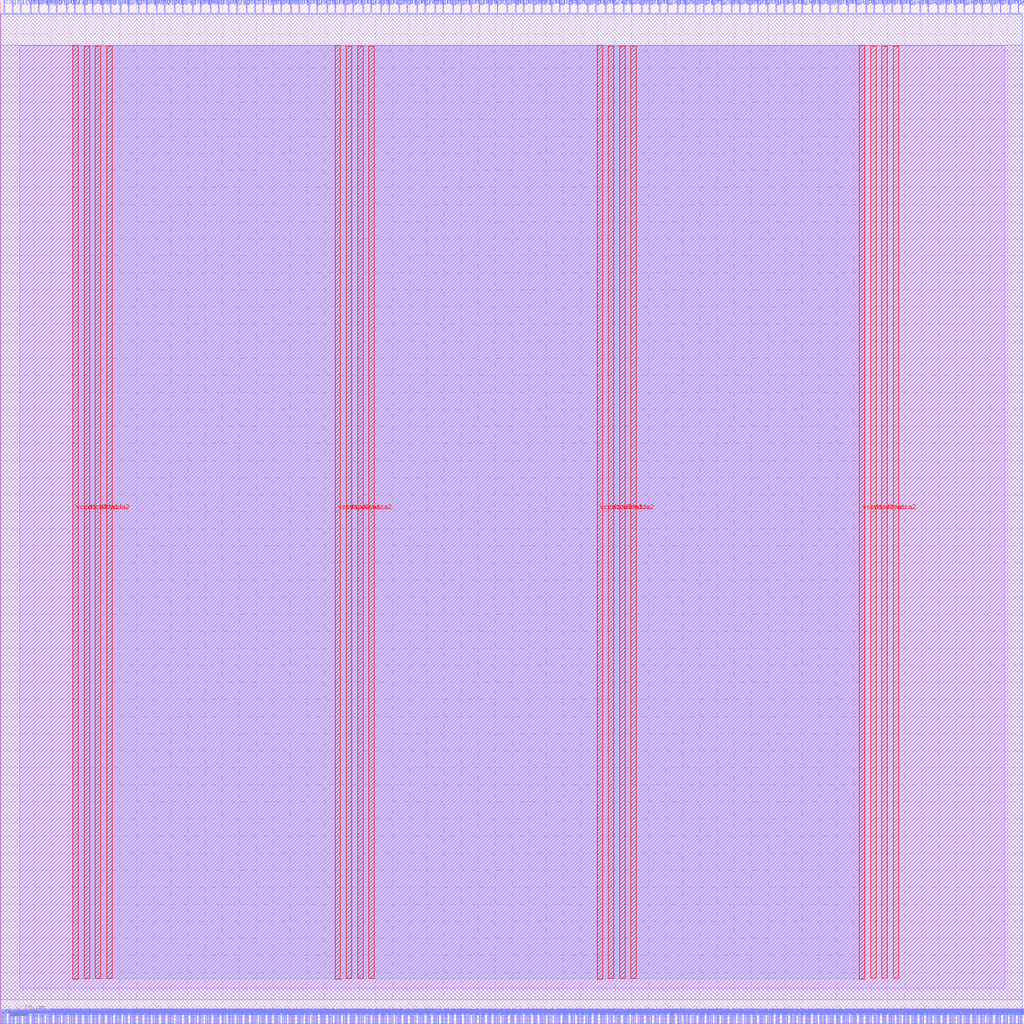
<source format=lef>
VERSION 5.7 ;
  NOWIREEXTENSIONATPIN ON ;
  DIVIDERCHAR "/" ;
  BUSBITCHARS "[]" ;
MACRO user_proj_example
  CLASS BLOCK ;
  FOREIGN user_proj_example ;
  ORIGIN 0.000 0.000 ;
  SIZE 300.000 BY 300.000 ;
  PIN io_in[0]
    DIRECTION INPUT ;
    USE SIGNAL ;
    PORT
      LAYER met2 ;
        RECT 1.060 296.000 1.340 300.000 ;
    END
  END io_in[0]
  PIN io_in[10]
    DIRECTION INPUT ;
    USE SIGNAL ;
    PORT
      LAYER met2 ;
        RECT 79.780 296.000 80.060 300.000 ;
    END
  END io_in[10]
  PIN io_in[11]
    DIRECTION INPUT ;
    USE SIGNAL ;
    PORT
      LAYER met2 ;
        RECT 87.460 296.000 87.740 300.000 ;
    END
  END io_in[11]
  PIN io_in[12]
    DIRECTION INPUT ;
    USE SIGNAL ;
    PORT
      LAYER met2 ;
        RECT 95.620 296.000 95.900 300.000 ;
    END
  END io_in[12]
  PIN io_in[13]
    DIRECTION INPUT ;
    USE SIGNAL ;
    PORT
      LAYER met2 ;
        RECT 103.300 296.000 103.580 300.000 ;
    END
  END io_in[13]
  PIN io_in[14]
    DIRECTION INPUT ;
    USE SIGNAL ;
    PORT
      LAYER met2 ;
        RECT 111.460 296.000 111.740 300.000 ;
    END
  END io_in[14]
  PIN io_in[15]
    DIRECTION INPUT ;
    USE SIGNAL ;
    PORT
      LAYER met2 ;
        RECT 119.140 296.000 119.420 300.000 ;
    END
  END io_in[15]
  PIN io_in[16]
    DIRECTION INPUT ;
    USE SIGNAL ;
    PORT
      LAYER met2 ;
        RECT 127.300 296.000 127.580 300.000 ;
    END
  END io_in[16]
  PIN io_in[17]
    DIRECTION INPUT ;
    USE SIGNAL ;
    PORT
      LAYER met2 ;
        RECT 134.980 296.000 135.260 300.000 ;
    END
  END io_in[17]
  PIN io_in[18]
    DIRECTION INPUT ;
    USE SIGNAL ;
    PORT
      LAYER met2 ;
        RECT 143.140 296.000 143.420 300.000 ;
    END
  END io_in[18]
  PIN io_in[19]
    DIRECTION INPUT ;
    USE SIGNAL ;
    PORT
      LAYER met2 ;
        RECT 150.820 296.000 151.100 300.000 ;
    END
  END io_in[19]
  PIN io_in[1]
    DIRECTION INPUT ;
    USE SIGNAL ;
    PORT
      LAYER met2 ;
        RECT 8.740 296.000 9.020 300.000 ;
    END
  END io_in[1]
  PIN io_in[20]
    DIRECTION INPUT ;
    USE SIGNAL ;
    PORT
      LAYER met2 ;
        RECT 158.500 296.000 158.780 300.000 ;
    END
  END io_in[20]
  PIN io_in[21]
    DIRECTION INPUT ;
    USE SIGNAL ;
    PORT
      LAYER met2 ;
        RECT 166.660 296.000 166.940 300.000 ;
    END
  END io_in[21]
  PIN io_in[22]
    DIRECTION INPUT ;
    USE SIGNAL ;
    PORT
      LAYER met2 ;
        RECT 174.340 296.000 174.620 300.000 ;
    END
  END io_in[22]
  PIN io_in[23]
    DIRECTION INPUT ;
    USE SIGNAL ;
    PORT
      LAYER met2 ;
        RECT 182.500 296.000 182.780 300.000 ;
    END
  END io_in[23]
  PIN io_in[24]
    DIRECTION INPUT ;
    USE SIGNAL ;
    PORT
      LAYER met2 ;
        RECT 190.180 296.000 190.460 300.000 ;
    END
  END io_in[24]
  PIN io_in[25]
    DIRECTION INPUT ;
    USE SIGNAL ;
    PORT
      LAYER met2 ;
        RECT 198.340 296.000 198.620 300.000 ;
    END
  END io_in[25]
  PIN io_in[26]
    DIRECTION INPUT ;
    USE SIGNAL ;
    PORT
      LAYER met2 ;
        RECT 206.020 296.000 206.300 300.000 ;
    END
  END io_in[26]
  PIN io_in[27]
    DIRECTION INPUT ;
    USE SIGNAL ;
    PORT
      LAYER met2 ;
        RECT 214.180 296.000 214.460 300.000 ;
    END
  END io_in[27]
  PIN io_in[28]
    DIRECTION INPUT ;
    USE SIGNAL ;
    PORT
      LAYER met2 ;
        RECT 221.860 296.000 222.140 300.000 ;
    END
  END io_in[28]
  PIN io_in[29]
    DIRECTION INPUT ;
    USE SIGNAL ;
    PORT
      LAYER met2 ;
        RECT 229.540 296.000 229.820 300.000 ;
    END
  END io_in[29]
  PIN io_in[2]
    DIRECTION INPUT ;
    USE SIGNAL ;
    PORT
      LAYER met2 ;
        RECT 16.420 296.000 16.700 300.000 ;
    END
  END io_in[2]
  PIN io_in[30]
    DIRECTION INPUT ;
    USE SIGNAL ;
    PORT
      LAYER met2 ;
        RECT 237.700 296.000 237.980 300.000 ;
    END
  END io_in[30]
  PIN io_in[31]
    DIRECTION INPUT ;
    USE SIGNAL ;
    PORT
      LAYER met2 ;
        RECT 245.380 296.000 245.660 300.000 ;
    END
  END io_in[31]
  PIN io_in[32]
    DIRECTION INPUT ;
    USE SIGNAL ;
    PORT
      LAYER met2 ;
        RECT 253.540 296.000 253.820 300.000 ;
    END
  END io_in[32]
  PIN io_in[33]
    DIRECTION INPUT ;
    USE SIGNAL ;
    PORT
      LAYER met2 ;
        RECT 261.220 296.000 261.500 300.000 ;
    END
  END io_in[33]
  PIN io_in[34]
    DIRECTION INPUT ;
    USE SIGNAL ;
    PORT
      LAYER met2 ;
        RECT 269.380 296.000 269.660 300.000 ;
    END
  END io_in[34]
  PIN io_in[35]
    DIRECTION INPUT ;
    USE SIGNAL ;
    PORT
      LAYER met2 ;
        RECT 277.060 296.000 277.340 300.000 ;
    END
  END io_in[35]
  PIN io_in[36]
    DIRECTION INPUT ;
    USE SIGNAL ;
    PORT
      LAYER met2 ;
        RECT 285.220 296.000 285.500 300.000 ;
    END
  END io_in[36]
  PIN io_in[37]
    DIRECTION INPUT ;
    USE SIGNAL ;
    PORT
      LAYER met2 ;
        RECT 292.900 296.000 293.180 300.000 ;
    END
  END io_in[37]
  PIN io_in[3]
    DIRECTION INPUT ;
    USE SIGNAL ;
    PORT
      LAYER met2 ;
        RECT 24.580 296.000 24.860 300.000 ;
    END
  END io_in[3]
  PIN io_in[4]
    DIRECTION INPUT ;
    USE SIGNAL ;
    PORT
      LAYER met2 ;
        RECT 32.260 296.000 32.540 300.000 ;
    END
  END io_in[4]
  PIN io_in[5]
    DIRECTION INPUT ;
    USE SIGNAL ;
    PORT
      LAYER met2 ;
        RECT 40.420 296.000 40.700 300.000 ;
    END
  END io_in[5]
  PIN io_in[6]
    DIRECTION INPUT ;
    USE SIGNAL ;
    PORT
      LAYER met2 ;
        RECT 48.100 296.000 48.380 300.000 ;
    END
  END io_in[6]
  PIN io_in[7]
    DIRECTION INPUT ;
    USE SIGNAL ;
    PORT
      LAYER met2 ;
        RECT 56.260 296.000 56.540 300.000 ;
    END
  END io_in[7]
  PIN io_in[8]
    DIRECTION INPUT ;
    USE SIGNAL ;
    PORT
      LAYER met2 ;
        RECT 63.940 296.000 64.220 300.000 ;
    END
  END io_in[8]
  PIN io_in[9]
    DIRECTION INPUT ;
    USE SIGNAL ;
    PORT
      LAYER met2 ;
        RECT 72.100 296.000 72.380 300.000 ;
    END
  END io_in[9]
  PIN io_oeb[0]
    DIRECTION OUTPUT TRISTATE ;
    USE SIGNAL ;
    PORT
      LAYER met2 ;
        RECT 3.460 296.000 3.740 300.000 ;
    END
  END io_oeb[0]
  PIN io_oeb[10]
    DIRECTION OUTPUT TRISTATE ;
    USE SIGNAL ;
    PORT
      LAYER met2 ;
        RECT 82.180 296.000 82.460 300.000 ;
    END
  END io_oeb[10]
  PIN io_oeb[11]
    DIRECTION OUTPUT TRISTATE ;
    USE SIGNAL ;
    PORT
      LAYER met2 ;
        RECT 90.340 296.000 90.620 300.000 ;
    END
  END io_oeb[11]
  PIN io_oeb[12]
    DIRECTION OUTPUT TRISTATE ;
    USE SIGNAL ;
    PORT
      LAYER met2 ;
        RECT 98.020 296.000 98.300 300.000 ;
    END
  END io_oeb[12]
  PIN io_oeb[13]
    DIRECTION OUTPUT TRISTATE ;
    USE SIGNAL ;
    PORT
      LAYER met2 ;
        RECT 106.180 296.000 106.460 300.000 ;
    END
  END io_oeb[13]
  PIN io_oeb[14]
    DIRECTION OUTPUT TRISTATE ;
    USE SIGNAL ;
    PORT
      LAYER met2 ;
        RECT 113.860 296.000 114.140 300.000 ;
    END
  END io_oeb[14]
  PIN io_oeb[15]
    DIRECTION OUTPUT TRISTATE ;
    USE SIGNAL ;
    PORT
      LAYER met2 ;
        RECT 122.020 296.000 122.300 300.000 ;
    END
  END io_oeb[15]
  PIN io_oeb[16]
    DIRECTION OUTPUT TRISTATE ;
    USE SIGNAL ;
    PORT
      LAYER met2 ;
        RECT 129.700 296.000 129.980 300.000 ;
    END
  END io_oeb[16]
  PIN io_oeb[17]
    DIRECTION OUTPUT TRISTATE ;
    USE SIGNAL ;
    PORT
      LAYER met2 ;
        RECT 137.860 296.000 138.140 300.000 ;
    END
  END io_oeb[17]
  PIN io_oeb[18]
    DIRECTION OUTPUT TRISTATE ;
    USE SIGNAL ;
    PORT
      LAYER met2 ;
        RECT 145.540 296.000 145.820 300.000 ;
    END
  END io_oeb[18]
  PIN io_oeb[19]
    DIRECTION OUTPUT TRISTATE ;
    USE SIGNAL ;
    PORT
      LAYER met2 ;
        RECT 153.220 296.000 153.500 300.000 ;
    END
  END io_oeb[19]
  PIN io_oeb[1]
    DIRECTION OUTPUT TRISTATE ;
    USE SIGNAL ;
    PORT
      LAYER met2 ;
        RECT 11.140 296.000 11.420 300.000 ;
    END
  END io_oeb[1]
  PIN io_oeb[20]
    DIRECTION OUTPUT TRISTATE ;
    USE SIGNAL ;
    PORT
      LAYER met2 ;
        RECT 161.380 296.000 161.660 300.000 ;
    END
  END io_oeb[20]
  PIN io_oeb[21]
    DIRECTION OUTPUT TRISTATE ;
    USE SIGNAL ;
    PORT
      LAYER met2 ;
        RECT 169.060 296.000 169.340 300.000 ;
    END
  END io_oeb[21]
  PIN io_oeb[22]
    DIRECTION OUTPUT TRISTATE ;
    USE SIGNAL ;
    PORT
      LAYER met2 ;
        RECT 177.220 296.000 177.500 300.000 ;
    END
  END io_oeb[22]
  PIN io_oeb[23]
    DIRECTION OUTPUT TRISTATE ;
    USE SIGNAL ;
    PORT
      LAYER met2 ;
        RECT 184.900 296.000 185.180 300.000 ;
    END
  END io_oeb[23]
  PIN io_oeb[24]
    DIRECTION OUTPUT TRISTATE ;
    USE SIGNAL ;
    PORT
      LAYER met2 ;
        RECT 193.060 296.000 193.340 300.000 ;
    END
  END io_oeb[24]
  PIN io_oeb[25]
    DIRECTION OUTPUT TRISTATE ;
    USE SIGNAL ;
    PORT
      LAYER met2 ;
        RECT 200.740 296.000 201.020 300.000 ;
    END
  END io_oeb[25]
  PIN io_oeb[26]
    DIRECTION OUTPUT TRISTATE ;
    USE SIGNAL ;
    PORT
      LAYER met2 ;
        RECT 208.900 296.000 209.180 300.000 ;
    END
  END io_oeb[26]
  PIN io_oeb[27]
    DIRECTION OUTPUT TRISTATE ;
    USE SIGNAL ;
    PORT
      LAYER met2 ;
        RECT 216.580 296.000 216.860 300.000 ;
    END
  END io_oeb[27]
  PIN io_oeb[28]
    DIRECTION OUTPUT TRISTATE ;
    USE SIGNAL ;
    PORT
      LAYER met2 ;
        RECT 224.740 296.000 225.020 300.000 ;
    END
  END io_oeb[28]
  PIN io_oeb[29]
    DIRECTION OUTPUT TRISTATE ;
    USE SIGNAL ;
    PORT
      LAYER met2 ;
        RECT 232.420 296.000 232.700 300.000 ;
    END
  END io_oeb[29]
  PIN io_oeb[2]
    DIRECTION OUTPUT TRISTATE ;
    USE SIGNAL ;
    PORT
      LAYER met2 ;
        RECT 19.300 296.000 19.580 300.000 ;
    END
  END io_oeb[2]
  PIN io_oeb[30]
    DIRECTION OUTPUT TRISTATE ;
    USE SIGNAL ;
    PORT
      LAYER met2 ;
        RECT 240.100 296.000 240.380 300.000 ;
    END
  END io_oeb[30]
  PIN io_oeb[31]
    DIRECTION OUTPUT TRISTATE ;
    USE SIGNAL ;
    PORT
      LAYER met2 ;
        RECT 248.260 296.000 248.540 300.000 ;
    END
  END io_oeb[31]
  PIN io_oeb[32]
    DIRECTION OUTPUT TRISTATE ;
    USE SIGNAL ;
    PORT
      LAYER met2 ;
        RECT 255.940 296.000 256.220 300.000 ;
    END
  END io_oeb[32]
  PIN io_oeb[33]
    DIRECTION OUTPUT TRISTATE ;
    USE SIGNAL ;
    PORT
      LAYER met2 ;
        RECT 264.100 296.000 264.380 300.000 ;
    END
  END io_oeb[33]
  PIN io_oeb[34]
    DIRECTION OUTPUT TRISTATE ;
    USE SIGNAL ;
    PORT
      LAYER met2 ;
        RECT 271.780 296.000 272.060 300.000 ;
    END
  END io_oeb[34]
  PIN io_oeb[35]
    DIRECTION OUTPUT TRISTATE ;
    USE SIGNAL ;
    PORT
      LAYER met2 ;
        RECT 279.940 296.000 280.220 300.000 ;
    END
  END io_oeb[35]
  PIN io_oeb[36]
    DIRECTION OUTPUT TRISTATE ;
    USE SIGNAL ;
    PORT
      LAYER met2 ;
        RECT 287.620 296.000 287.900 300.000 ;
    END
  END io_oeb[36]
  PIN io_oeb[37]
    DIRECTION OUTPUT TRISTATE ;
    USE SIGNAL ;
    PORT
      LAYER met2 ;
        RECT 295.780 296.000 296.060 300.000 ;
    END
  END io_oeb[37]
  PIN io_oeb[3]
    DIRECTION OUTPUT TRISTATE ;
    USE SIGNAL ;
    PORT
      LAYER met2 ;
        RECT 26.980 296.000 27.260 300.000 ;
    END
  END io_oeb[3]
  PIN io_oeb[4]
    DIRECTION OUTPUT TRISTATE ;
    USE SIGNAL ;
    PORT
      LAYER met2 ;
        RECT 35.140 296.000 35.420 300.000 ;
    END
  END io_oeb[4]
  PIN io_oeb[5]
    DIRECTION OUTPUT TRISTATE ;
    USE SIGNAL ;
    PORT
      LAYER met2 ;
        RECT 42.820 296.000 43.100 300.000 ;
    END
  END io_oeb[5]
  PIN io_oeb[6]
    DIRECTION OUTPUT TRISTATE ;
    USE SIGNAL ;
    PORT
      LAYER met2 ;
        RECT 50.980 296.000 51.260 300.000 ;
    END
  END io_oeb[6]
  PIN io_oeb[7]
    DIRECTION OUTPUT TRISTATE ;
    USE SIGNAL ;
    PORT
      LAYER met2 ;
        RECT 58.660 296.000 58.940 300.000 ;
    END
  END io_oeb[7]
  PIN io_oeb[8]
    DIRECTION OUTPUT TRISTATE ;
    USE SIGNAL ;
    PORT
      LAYER met2 ;
        RECT 66.820 296.000 67.100 300.000 ;
    END
  END io_oeb[8]
  PIN io_oeb[9]
    DIRECTION OUTPUT TRISTATE ;
    USE SIGNAL ;
    PORT
      LAYER met2 ;
        RECT 74.500 296.000 74.780 300.000 ;
    END
  END io_oeb[9]
  PIN io_out[0]
    DIRECTION OUTPUT TRISTATE ;
    USE SIGNAL ;
    PORT
      LAYER met2 ;
        RECT 5.860 296.000 6.140 300.000 ;
    END
  END io_out[0]
  PIN io_out[10]
    DIRECTION OUTPUT TRISTATE ;
    USE SIGNAL ;
    PORT
      LAYER met2 ;
        RECT 85.060 296.000 85.340 300.000 ;
    END
  END io_out[10]
  PIN io_out[11]
    DIRECTION OUTPUT TRISTATE ;
    USE SIGNAL ;
    PORT
      LAYER met2 ;
        RECT 92.740 296.000 93.020 300.000 ;
    END
  END io_out[11]
  PIN io_out[12]
    DIRECTION OUTPUT TRISTATE ;
    USE SIGNAL ;
    PORT
      LAYER met2 ;
        RECT 100.900 296.000 101.180 300.000 ;
    END
  END io_out[12]
  PIN io_out[13]
    DIRECTION OUTPUT TRISTATE ;
    USE SIGNAL ;
    PORT
      LAYER met2 ;
        RECT 108.580 296.000 108.860 300.000 ;
    END
  END io_out[13]
  PIN io_out[14]
    DIRECTION OUTPUT TRISTATE ;
    USE SIGNAL ;
    PORT
      LAYER met2 ;
        RECT 116.740 296.000 117.020 300.000 ;
    END
  END io_out[14]
  PIN io_out[15]
    DIRECTION OUTPUT TRISTATE ;
    USE SIGNAL ;
    PORT
      LAYER met2 ;
        RECT 124.420 296.000 124.700 300.000 ;
    END
  END io_out[15]
  PIN io_out[16]
    DIRECTION OUTPUT TRISTATE ;
    USE SIGNAL ;
    PORT
      LAYER met2 ;
        RECT 132.580 296.000 132.860 300.000 ;
    END
  END io_out[16]
  PIN io_out[17]
    DIRECTION OUTPUT TRISTATE ;
    USE SIGNAL ;
    PORT
      LAYER met2 ;
        RECT 140.260 296.000 140.540 300.000 ;
    END
  END io_out[17]
  PIN io_out[18]
    DIRECTION OUTPUT TRISTATE ;
    USE SIGNAL ;
    PORT
      LAYER met2 ;
        RECT 148.420 296.000 148.700 300.000 ;
    END
  END io_out[18]
  PIN io_out[19]
    DIRECTION OUTPUT TRISTATE ;
    USE SIGNAL ;
    PORT
      LAYER met2 ;
        RECT 156.100 296.000 156.380 300.000 ;
    END
  END io_out[19]
  PIN io_out[1]
    DIRECTION OUTPUT TRISTATE ;
    USE SIGNAL ;
    PORT
      LAYER met2 ;
        RECT 14.020 296.000 14.300 300.000 ;
    END
  END io_out[1]
  PIN io_out[20]
    DIRECTION OUTPUT TRISTATE ;
    USE SIGNAL ;
    PORT
      LAYER met2 ;
        RECT 163.780 296.000 164.060 300.000 ;
    END
  END io_out[20]
  PIN io_out[21]
    DIRECTION OUTPUT TRISTATE ;
    USE SIGNAL ;
    PORT
      LAYER met2 ;
        RECT 171.940 296.000 172.220 300.000 ;
    END
  END io_out[21]
  PIN io_out[22]
    DIRECTION OUTPUT TRISTATE ;
    USE SIGNAL ;
    PORT
      LAYER met2 ;
        RECT 179.620 296.000 179.900 300.000 ;
    END
  END io_out[22]
  PIN io_out[23]
    DIRECTION OUTPUT TRISTATE ;
    USE SIGNAL ;
    PORT
      LAYER met2 ;
        RECT 187.780 296.000 188.060 300.000 ;
    END
  END io_out[23]
  PIN io_out[24]
    DIRECTION OUTPUT TRISTATE ;
    USE SIGNAL ;
    PORT
      LAYER met2 ;
        RECT 195.460 296.000 195.740 300.000 ;
    END
  END io_out[24]
  PIN io_out[25]
    DIRECTION OUTPUT TRISTATE ;
    USE SIGNAL ;
    PORT
      LAYER met2 ;
        RECT 203.620 296.000 203.900 300.000 ;
    END
  END io_out[25]
  PIN io_out[26]
    DIRECTION OUTPUT TRISTATE ;
    USE SIGNAL ;
    PORT
      LAYER met2 ;
        RECT 211.300 296.000 211.580 300.000 ;
    END
  END io_out[26]
  PIN io_out[27]
    DIRECTION OUTPUT TRISTATE ;
    USE SIGNAL ;
    PORT
      LAYER met2 ;
        RECT 219.460 296.000 219.740 300.000 ;
    END
  END io_out[27]
  PIN io_out[28]
    DIRECTION OUTPUT TRISTATE ;
    USE SIGNAL ;
    PORT
      LAYER met2 ;
        RECT 227.140 296.000 227.420 300.000 ;
    END
  END io_out[28]
  PIN io_out[29]
    DIRECTION OUTPUT TRISTATE ;
    USE SIGNAL ;
    PORT
      LAYER met2 ;
        RECT 234.820 296.000 235.100 300.000 ;
    END
  END io_out[29]
  PIN io_out[2]
    DIRECTION OUTPUT TRISTATE ;
    USE SIGNAL ;
    PORT
      LAYER met2 ;
        RECT 21.700 296.000 21.980 300.000 ;
    END
  END io_out[2]
  PIN io_out[30]
    DIRECTION OUTPUT TRISTATE ;
    USE SIGNAL ;
    PORT
      LAYER met2 ;
        RECT 242.980 296.000 243.260 300.000 ;
    END
  END io_out[30]
  PIN io_out[31]
    DIRECTION OUTPUT TRISTATE ;
    USE SIGNAL ;
    PORT
      LAYER met2 ;
        RECT 250.660 296.000 250.940 300.000 ;
    END
  END io_out[31]
  PIN io_out[32]
    DIRECTION OUTPUT TRISTATE ;
    USE SIGNAL ;
    PORT
      LAYER met2 ;
        RECT 258.820 296.000 259.100 300.000 ;
    END
  END io_out[32]
  PIN io_out[33]
    DIRECTION OUTPUT TRISTATE ;
    USE SIGNAL ;
    PORT
      LAYER met2 ;
        RECT 266.500 296.000 266.780 300.000 ;
    END
  END io_out[33]
  PIN io_out[34]
    DIRECTION OUTPUT TRISTATE ;
    USE SIGNAL ;
    PORT
      LAYER met2 ;
        RECT 274.660 296.000 274.940 300.000 ;
    END
  END io_out[34]
  PIN io_out[35]
    DIRECTION OUTPUT TRISTATE ;
    USE SIGNAL ;
    PORT
      LAYER met2 ;
        RECT 282.340 296.000 282.620 300.000 ;
    END
  END io_out[35]
  PIN io_out[36]
    DIRECTION OUTPUT TRISTATE ;
    USE SIGNAL ;
    PORT
      LAYER met2 ;
        RECT 290.500 296.000 290.780 300.000 ;
    END
  END io_out[36]
  PIN io_out[37]
    DIRECTION OUTPUT TRISTATE ;
    USE SIGNAL ;
    PORT
      LAYER met2 ;
        RECT 298.180 296.000 298.460 300.000 ;
    END
  END io_out[37]
  PIN io_out[3]
    DIRECTION OUTPUT TRISTATE ;
    USE SIGNAL ;
    PORT
      LAYER met2 ;
        RECT 29.860 296.000 30.140 300.000 ;
    END
  END io_out[3]
  PIN io_out[4]
    DIRECTION OUTPUT TRISTATE ;
    USE SIGNAL ;
    PORT
      LAYER met2 ;
        RECT 37.540 296.000 37.820 300.000 ;
    END
  END io_out[4]
  PIN io_out[5]
    DIRECTION OUTPUT TRISTATE ;
    USE SIGNAL ;
    PORT
      LAYER met2 ;
        RECT 45.700 296.000 45.980 300.000 ;
    END
  END io_out[5]
  PIN io_out[6]
    DIRECTION OUTPUT TRISTATE ;
    USE SIGNAL ;
    PORT
      LAYER met2 ;
        RECT 53.380 296.000 53.660 300.000 ;
    END
  END io_out[6]
  PIN io_out[7]
    DIRECTION OUTPUT TRISTATE ;
    USE SIGNAL ;
    PORT
      LAYER met2 ;
        RECT 61.540 296.000 61.820 300.000 ;
    END
  END io_out[7]
  PIN io_out[8]
    DIRECTION OUTPUT TRISTATE ;
    USE SIGNAL ;
    PORT
      LAYER met2 ;
        RECT 69.220 296.000 69.500 300.000 ;
    END
  END io_out[8]
  PIN io_out[9]
    DIRECTION OUTPUT TRISTATE ;
    USE SIGNAL ;
    PORT
      LAYER met2 ;
        RECT 76.900 296.000 77.180 300.000 ;
    END
  END io_out[9]
  PIN la_data_in[0]
    DIRECTION INPUT ;
    USE SIGNAL ;
    PORT
      LAYER met2 ;
        RECT 64.900 0.000 65.180 4.000 ;
    END
  END la_data_in[0]
  PIN la_data_in[100]
    DIRECTION INPUT ;
    USE SIGNAL ;
    PORT
      LAYER met2 ;
        RECT 248.260 0.000 248.540 4.000 ;
    END
  END la_data_in[100]
  PIN la_data_in[101]
    DIRECTION INPUT ;
    USE SIGNAL ;
    PORT
      LAYER met2 ;
        RECT 250.180 0.000 250.460 4.000 ;
    END
  END la_data_in[101]
  PIN la_data_in[102]
    DIRECTION INPUT ;
    USE SIGNAL ;
    PORT
      LAYER met2 ;
        RECT 252.100 0.000 252.380 4.000 ;
    END
  END la_data_in[102]
  PIN la_data_in[103]
    DIRECTION INPUT ;
    USE SIGNAL ;
    PORT
      LAYER met2 ;
        RECT 254.020 0.000 254.300 4.000 ;
    END
  END la_data_in[103]
  PIN la_data_in[104]
    DIRECTION INPUT ;
    USE SIGNAL ;
    PORT
      LAYER met2 ;
        RECT 255.940 0.000 256.220 4.000 ;
    END
  END la_data_in[104]
  PIN la_data_in[105]
    DIRECTION INPUT ;
    USE SIGNAL ;
    PORT
      LAYER met2 ;
        RECT 257.380 0.000 257.660 4.000 ;
    END
  END la_data_in[105]
  PIN la_data_in[106]
    DIRECTION INPUT ;
    USE SIGNAL ;
    PORT
      LAYER met2 ;
        RECT 259.300 0.000 259.580 4.000 ;
    END
  END la_data_in[106]
  PIN la_data_in[107]
    DIRECTION INPUT ;
    USE SIGNAL ;
    PORT
      LAYER met2 ;
        RECT 261.220 0.000 261.500 4.000 ;
    END
  END la_data_in[107]
  PIN la_data_in[108]
    DIRECTION INPUT ;
    USE SIGNAL ;
    PORT
      LAYER met2 ;
        RECT 263.140 0.000 263.420 4.000 ;
    END
  END la_data_in[108]
  PIN la_data_in[109]
    DIRECTION INPUT ;
    USE SIGNAL ;
    PORT
      LAYER met2 ;
        RECT 265.060 0.000 265.340 4.000 ;
    END
  END la_data_in[109]
  PIN la_data_in[10]
    DIRECTION INPUT ;
    USE SIGNAL ;
    PORT
      LAYER met2 ;
        RECT 83.140 0.000 83.420 4.000 ;
    END
  END la_data_in[10]
  PIN la_data_in[110]
    DIRECTION INPUT ;
    USE SIGNAL ;
    PORT
      LAYER met2 ;
        RECT 266.980 0.000 267.260 4.000 ;
    END
  END la_data_in[110]
  PIN la_data_in[111]
    DIRECTION INPUT ;
    USE SIGNAL ;
    PORT
      LAYER met2 ;
        RECT 268.420 0.000 268.700 4.000 ;
    END
  END la_data_in[111]
  PIN la_data_in[112]
    DIRECTION INPUT ;
    USE SIGNAL ;
    PORT
      LAYER met2 ;
        RECT 270.340 0.000 270.620 4.000 ;
    END
  END la_data_in[112]
  PIN la_data_in[113]
    DIRECTION INPUT ;
    USE SIGNAL ;
    PORT
      LAYER met2 ;
        RECT 272.260 0.000 272.540 4.000 ;
    END
  END la_data_in[113]
  PIN la_data_in[114]
    DIRECTION INPUT ;
    USE SIGNAL ;
    PORT
      LAYER met2 ;
        RECT 274.180 0.000 274.460 4.000 ;
    END
  END la_data_in[114]
  PIN la_data_in[115]
    DIRECTION INPUT ;
    USE SIGNAL ;
    PORT
      LAYER met2 ;
        RECT 276.100 0.000 276.380 4.000 ;
    END
  END la_data_in[115]
  PIN la_data_in[116]
    DIRECTION INPUT ;
    USE SIGNAL ;
    PORT
      LAYER met2 ;
        RECT 278.020 0.000 278.300 4.000 ;
    END
  END la_data_in[116]
  PIN la_data_in[117]
    DIRECTION INPUT ;
    USE SIGNAL ;
    PORT
      LAYER met2 ;
        RECT 279.460 0.000 279.740 4.000 ;
    END
  END la_data_in[117]
  PIN la_data_in[118]
    DIRECTION INPUT ;
    USE SIGNAL ;
    PORT
      LAYER met2 ;
        RECT 281.380 0.000 281.660 4.000 ;
    END
  END la_data_in[118]
  PIN la_data_in[119]
    DIRECTION INPUT ;
    USE SIGNAL ;
    PORT
      LAYER met2 ;
        RECT 283.300 0.000 283.580 4.000 ;
    END
  END la_data_in[119]
  PIN la_data_in[11]
    DIRECTION INPUT ;
    USE SIGNAL ;
    PORT
      LAYER met2 ;
        RECT 85.060 0.000 85.340 4.000 ;
    END
  END la_data_in[11]
  PIN la_data_in[120]
    DIRECTION INPUT ;
    USE SIGNAL ;
    PORT
      LAYER met2 ;
        RECT 285.220 0.000 285.500 4.000 ;
    END
  END la_data_in[120]
  PIN la_data_in[121]
    DIRECTION INPUT ;
    USE SIGNAL ;
    PORT
      LAYER met2 ;
        RECT 287.140 0.000 287.420 4.000 ;
    END
  END la_data_in[121]
  PIN la_data_in[122]
    DIRECTION INPUT ;
    USE SIGNAL ;
    PORT
      LAYER met2 ;
        RECT 289.060 0.000 289.340 4.000 ;
    END
  END la_data_in[122]
  PIN la_data_in[123]
    DIRECTION INPUT ;
    USE SIGNAL ;
    PORT
      LAYER met2 ;
        RECT 290.500 0.000 290.780 4.000 ;
    END
  END la_data_in[123]
  PIN la_data_in[124]
    DIRECTION INPUT ;
    USE SIGNAL ;
    PORT
      LAYER met2 ;
        RECT 292.420 0.000 292.700 4.000 ;
    END
  END la_data_in[124]
  PIN la_data_in[125]
    DIRECTION INPUT ;
    USE SIGNAL ;
    PORT
      LAYER met2 ;
        RECT 294.340 0.000 294.620 4.000 ;
    END
  END la_data_in[125]
  PIN la_data_in[126]
    DIRECTION INPUT ;
    USE SIGNAL ;
    PORT
      LAYER met2 ;
        RECT 296.260 0.000 296.540 4.000 ;
    END
  END la_data_in[126]
  PIN la_data_in[127]
    DIRECTION INPUT ;
    USE SIGNAL ;
    PORT
      LAYER met2 ;
        RECT 298.180 0.000 298.460 4.000 ;
    END
  END la_data_in[127]
  PIN la_data_in[12]
    DIRECTION INPUT ;
    USE SIGNAL ;
    PORT
      LAYER met2 ;
        RECT 86.980 0.000 87.260 4.000 ;
    END
  END la_data_in[12]
  PIN la_data_in[13]
    DIRECTION INPUT ;
    USE SIGNAL ;
    PORT
      LAYER met2 ;
        RECT 88.420 0.000 88.700 4.000 ;
    END
  END la_data_in[13]
  PIN la_data_in[14]
    DIRECTION INPUT ;
    USE SIGNAL ;
    PORT
      LAYER met2 ;
        RECT 90.340 0.000 90.620 4.000 ;
    END
  END la_data_in[14]
  PIN la_data_in[15]
    DIRECTION INPUT ;
    USE SIGNAL ;
    PORT
      LAYER met2 ;
        RECT 92.260 0.000 92.540 4.000 ;
    END
  END la_data_in[15]
  PIN la_data_in[16]
    DIRECTION INPUT ;
    USE SIGNAL ;
    PORT
      LAYER met2 ;
        RECT 94.180 0.000 94.460 4.000 ;
    END
  END la_data_in[16]
  PIN la_data_in[17]
    DIRECTION INPUT ;
    USE SIGNAL ;
    PORT
      LAYER met2 ;
        RECT 96.100 0.000 96.380 4.000 ;
    END
  END la_data_in[17]
  PIN la_data_in[18]
    DIRECTION INPUT ;
    USE SIGNAL ;
    PORT
      LAYER met2 ;
        RECT 98.020 0.000 98.300 4.000 ;
    END
  END la_data_in[18]
  PIN la_data_in[19]
    DIRECTION INPUT ;
    USE SIGNAL ;
    PORT
      LAYER met2 ;
        RECT 99.460 0.000 99.740 4.000 ;
    END
  END la_data_in[19]
  PIN la_data_in[1]
    DIRECTION INPUT ;
    USE SIGNAL ;
    PORT
      LAYER met2 ;
        RECT 66.820 0.000 67.100 4.000 ;
    END
  END la_data_in[1]
  PIN la_data_in[20]
    DIRECTION INPUT ;
    USE SIGNAL ;
    PORT
      LAYER met2 ;
        RECT 101.380 0.000 101.660 4.000 ;
    END
  END la_data_in[20]
  PIN la_data_in[21]
    DIRECTION INPUT ;
    USE SIGNAL ;
    PORT
      LAYER met2 ;
        RECT 103.300 0.000 103.580 4.000 ;
    END
  END la_data_in[21]
  PIN la_data_in[22]
    DIRECTION INPUT ;
    USE SIGNAL ;
    PORT
      LAYER met2 ;
        RECT 105.220 0.000 105.500 4.000 ;
    END
  END la_data_in[22]
  PIN la_data_in[23]
    DIRECTION INPUT ;
    USE SIGNAL ;
    PORT
      LAYER met2 ;
        RECT 107.140 0.000 107.420 4.000 ;
    END
  END la_data_in[23]
  PIN la_data_in[24]
    DIRECTION INPUT ;
    USE SIGNAL ;
    PORT
      LAYER met2 ;
        RECT 109.060 0.000 109.340 4.000 ;
    END
  END la_data_in[24]
  PIN la_data_in[25]
    DIRECTION INPUT ;
    USE SIGNAL ;
    PORT
      LAYER met2 ;
        RECT 110.500 0.000 110.780 4.000 ;
    END
  END la_data_in[25]
  PIN la_data_in[26]
    DIRECTION INPUT ;
    USE SIGNAL ;
    PORT
      LAYER met2 ;
        RECT 112.420 0.000 112.700 4.000 ;
    END
  END la_data_in[26]
  PIN la_data_in[27]
    DIRECTION INPUT ;
    USE SIGNAL ;
    PORT
      LAYER met2 ;
        RECT 114.340 0.000 114.620 4.000 ;
    END
  END la_data_in[27]
  PIN la_data_in[28]
    DIRECTION INPUT ;
    USE SIGNAL ;
    PORT
      LAYER met2 ;
        RECT 116.260 0.000 116.540 4.000 ;
    END
  END la_data_in[28]
  PIN la_data_in[29]
    DIRECTION INPUT ;
    USE SIGNAL ;
    PORT
      LAYER met2 ;
        RECT 118.180 0.000 118.460 4.000 ;
    END
  END la_data_in[29]
  PIN la_data_in[2]
    DIRECTION INPUT ;
    USE SIGNAL ;
    PORT
      LAYER met2 ;
        RECT 68.260 0.000 68.540 4.000 ;
    END
  END la_data_in[2]
  PIN la_data_in[30]
    DIRECTION INPUT ;
    USE SIGNAL ;
    PORT
      LAYER met2 ;
        RECT 120.100 0.000 120.380 4.000 ;
    END
  END la_data_in[30]
  PIN la_data_in[31]
    DIRECTION INPUT ;
    USE SIGNAL ;
    PORT
      LAYER met2 ;
        RECT 121.540 0.000 121.820 4.000 ;
    END
  END la_data_in[31]
  PIN la_data_in[32]
    DIRECTION INPUT ;
    USE SIGNAL ;
    PORT
      LAYER met2 ;
        RECT 123.460 0.000 123.740 4.000 ;
    END
  END la_data_in[32]
  PIN la_data_in[33]
    DIRECTION INPUT ;
    USE SIGNAL ;
    PORT
      LAYER met2 ;
        RECT 125.380 0.000 125.660 4.000 ;
    END
  END la_data_in[33]
  PIN la_data_in[34]
    DIRECTION INPUT ;
    USE SIGNAL ;
    PORT
      LAYER met2 ;
        RECT 127.300 0.000 127.580 4.000 ;
    END
  END la_data_in[34]
  PIN la_data_in[35]
    DIRECTION INPUT ;
    USE SIGNAL ;
    PORT
      LAYER met2 ;
        RECT 129.220 0.000 129.500 4.000 ;
    END
  END la_data_in[35]
  PIN la_data_in[36]
    DIRECTION INPUT ;
    USE SIGNAL ;
    PORT
      LAYER met2 ;
        RECT 130.660 0.000 130.940 4.000 ;
    END
  END la_data_in[36]
  PIN la_data_in[37]
    DIRECTION INPUT ;
    USE SIGNAL ;
    PORT
      LAYER met2 ;
        RECT 132.580 0.000 132.860 4.000 ;
    END
  END la_data_in[37]
  PIN la_data_in[38]
    DIRECTION INPUT ;
    USE SIGNAL ;
    PORT
      LAYER met2 ;
        RECT 134.500 0.000 134.780 4.000 ;
    END
  END la_data_in[38]
  PIN la_data_in[39]
    DIRECTION INPUT ;
    USE SIGNAL ;
    PORT
      LAYER met2 ;
        RECT 136.420 0.000 136.700 4.000 ;
    END
  END la_data_in[39]
  PIN la_data_in[3]
    DIRECTION INPUT ;
    USE SIGNAL ;
    PORT
      LAYER met2 ;
        RECT 70.180 0.000 70.460 4.000 ;
    END
  END la_data_in[3]
  PIN la_data_in[40]
    DIRECTION INPUT ;
    USE SIGNAL ;
    PORT
      LAYER met2 ;
        RECT 138.340 0.000 138.620 4.000 ;
    END
  END la_data_in[40]
  PIN la_data_in[41]
    DIRECTION INPUT ;
    USE SIGNAL ;
    PORT
      LAYER met2 ;
        RECT 140.260 0.000 140.540 4.000 ;
    END
  END la_data_in[41]
  PIN la_data_in[42]
    DIRECTION INPUT ;
    USE SIGNAL ;
    PORT
      LAYER met2 ;
        RECT 141.700 0.000 141.980 4.000 ;
    END
  END la_data_in[42]
  PIN la_data_in[43]
    DIRECTION INPUT ;
    USE SIGNAL ;
    PORT
      LAYER met2 ;
        RECT 143.620 0.000 143.900 4.000 ;
    END
  END la_data_in[43]
  PIN la_data_in[44]
    DIRECTION INPUT ;
    USE SIGNAL ;
    PORT
      LAYER met2 ;
        RECT 145.540 0.000 145.820 4.000 ;
    END
  END la_data_in[44]
  PIN la_data_in[45]
    DIRECTION INPUT ;
    USE SIGNAL ;
    PORT
      LAYER met2 ;
        RECT 147.460 0.000 147.740 4.000 ;
    END
  END la_data_in[45]
  PIN la_data_in[46]
    DIRECTION INPUT ;
    USE SIGNAL ;
    PORT
      LAYER met2 ;
        RECT 149.380 0.000 149.660 4.000 ;
    END
  END la_data_in[46]
  PIN la_data_in[47]
    DIRECTION INPUT ;
    USE SIGNAL ;
    PORT
      LAYER met2 ;
        RECT 151.300 0.000 151.580 4.000 ;
    END
  END la_data_in[47]
  PIN la_data_in[48]
    DIRECTION INPUT ;
    USE SIGNAL ;
    PORT
      LAYER met2 ;
        RECT 152.740 0.000 153.020 4.000 ;
    END
  END la_data_in[48]
  PIN la_data_in[49]
    DIRECTION INPUT ;
    USE SIGNAL ;
    PORT
      LAYER met2 ;
        RECT 154.660 0.000 154.940 4.000 ;
    END
  END la_data_in[49]
  PIN la_data_in[4]
    DIRECTION INPUT ;
    USE SIGNAL ;
    PORT
      LAYER met2 ;
        RECT 72.100 0.000 72.380 4.000 ;
    END
  END la_data_in[4]
  PIN la_data_in[50]
    DIRECTION INPUT ;
    USE SIGNAL ;
    PORT
      LAYER met2 ;
        RECT 156.580 0.000 156.860 4.000 ;
    END
  END la_data_in[50]
  PIN la_data_in[51]
    DIRECTION INPUT ;
    USE SIGNAL ;
    PORT
      LAYER met2 ;
        RECT 158.500 0.000 158.780 4.000 ;
    END
  END la_data_in[51]
  PIN la_data_in[52]
    DIRECTION INPUT ;
    USE SIGNAL ;
    PORT
      LAYER met2 ;
        RECT 160.420 0.000 160.700 4.000 ;
    END
  END la_data_in[52]
  PIN la_data_in[53]
    DIRECTION INPUT ;
    USE SIGNAL ;
    PORT
      LAYER met2 ;
        RECT 162.340 0.000 162.620 4.000 ;
    END
  END la_data_in[53]
  PIN la_data_in[54]
    DIRECTION INPUT ;
    USE SIGNAL ;
    PORT
      LAYER met2 ;
        RECT 163.780 0.000 164.060 4.000 ;
    END
  END la_data_in[54]
  PIN la_data_in[55]
    DIRECTION INPUT ;
    USE SIGNAL ;
    PORT
      LAYER met2 ;
        RECT 165.700 0.000 165.980 4.000 ;
    END
  END la_data_in[55]
  PIN la_data_in[56]
    DIRECTION INPUT ;
    USE SIGNAL ;
    PORT
      LAYER met2 ;
        RECT 167.620 0.000 167.900 4.000 ;
    END
  END la_data_in[56]
  PIN la_data_in[57]
    DIRECTION INPUT ;
    USE SIGNAL ;
    PORT
      LAYER met2 ;
        RECT 169.540 0.000 169.820 4.000 ;
    END
  END la_data_in[57]
  PIN la_data_in[58]
    DIRECTION INPUT ;
    USE SIGNAL ;
    PORT
      LAYER met2 ;
        RECT 171.460 0.000 171.740 4.000 ;
    END
  END la_data_in[58]
  PIN la_data_in[59]
    DIRECTION INPUT ;
    USE SIGNAL ;
    PORT
      LAYER met2 ;
        RECT 172.900 0.000 173.180 4.000 ;
    END
  END la_data_in[59]
  PIN la_data_in[5]
    DIRECTION INPUT ;
    USE SIGNAL ;
    PORT
      LAYER met2 ;
        RECT 74.020 0.000 74.300 4.000 ;
    END
  END la_data_in[5]
  PIN la_data_in[60]
    DIRECTION INPUT ;
    USE SIGNAL ;
    PORT
      LAYER met2 ;
        RECT 174.820 0.000 175.100 4.000 ;
    END
  END la_data_in[60]
  PIN la_data_in[61]
    DIRECTION INPUT ;
    USE SIGNAL ;
    PORT
      LAYER met2 ;
        RECT 176.740 0.000 177.020 4.000 ;
    END
  END la_data_in[61]
  PIN la_data_in[62]
    DIRECTION INPUT ;
    USE SIGNAL ;
    PORT
      LAYER met2 ;
        RECT 178.660 0.000 178.940 4.000 ;
    END
  END la_data_in[62]
  PIN la_data_in[63]
    DIRECTION INPUT ;
    USE SIGNAL ;
    PORT
      LAYER met2 ;
        RECT 180.580 0.000 180.860 4.000 ;
    END
  END la_data_in[63]
  PIN la_data_in[64]
    DIRECTION INPUT ;
    USE SIGNAL ;
    PORT
      LAYER met2 ;
        RECT 182.500 0.000 182.780 4.000 ;
    END
  END la_data_in[64]
  PIN la_data_in[65]
    DIRECTION INPUT ;
    USE SIGNAL ;
    PORT
      LAYER met2 ;
        RECT 183.940 0.000 184.220 4.000 ;
    END
  END la_data_in[65]
  PIN la_data_in[66]
    DIRECTION INPUT ;
    USE SIGNAL ;
    PORT
      LAYER met2 ;
        RECT 185.860 0.000 186.140 4.000 ;
    END
  END la_data_in[66]
  PIN la_data_in[67]
    DIRECTION INPUT ;
    USE SIGNAL ;
    PORT
      LAYER met2 ;
        RECT 187.780 0.000 188.060 4.000 ;
    END
  END la_data_in[67]
  PIN la_data_in[68]
    DIRECTION INPUT ;
    USE SIGNAL ;
    PORT
      LAYER met2 ;
        RECT 189.700 0.000 189.980 4.000 ;
    END
  END la_data_in[68]
  PIN la_data_in[69]
    DIRECTION INPUT ;
    USE SIGNAL ;
    PORT
      LAYER met2 ;
        RECT 191.620 0.000 191.900 4.000 ;
    END
  END la_data_in[69]
  PIN la_data_in[6]
    DIRECTION INPUT ;
    USE SIGNAL ;
    PORT
      LAYER met2 ;
        RECT 75.940 0.000 76.220 4.000 ;
    END
  END la_data_in[6]
  PIN la_data_in[70]
    DIRECTION INPUT ;
    USE SIGNAL ;
    PORT
      LAYER met2 ;
        RECT 193.540 0.000 193.820 4.000 ;
    END
  END la_data_in[70]
  PIN la_data_in[71]
    DIRECTION INPUT ;
    USE SIGNAL ;
    PORT
      LAYER met2 ;
        RECT 194.980 0.000 195.260 4.000 ;
    END
  END la_data_in[71]
  PIN la_data_in[72]
    DIRECTION INPUT ;
    USE SIGNAL ;
    PORT
      LAYER met2 ;
        RECT 196.900 0.000 197.180 4.000 ;
    END
  END la_data_in[72]
  PIN la_data_in[73]
    DIRECTION INPUT ;
    USE SIGNAL ;
    PORT
      LAYER met2 ;
        RECT 198.820 0.000 199.100 4.000 ;
    END
  END la_data_in[73]
  PIN la_data_in[74]
    DIRECTION INPUT ;
    USE SIGNAL ;
    PORT
      LAYER met2 ;
        RECT 200.740 0.000 201.020 4.000 ;
    END
  END la_data_in[74]
  PIN la_data_in[75]
    DIRECTION INPUT ;
    USE SIGNAL ;
    PORT
      LAYER met2 ;
        RECT 202.660 0.000 202.940 4.000 ;
    END
  END la_data_in[75]
  PIN la_data_in[76]
    DIRECTION INPUT ;
    USE SIGNAL ;
    PORT
      LAYER met2 ;
        RECT 204.580 0.000 204.860 4.000 ;
    END
  END la_data_in[76]
  PIN la_data_in[77]
    DIRECTION INPUT ;
    USE SIGNAL ;
    PORT
      LAYER met2 ;
        RECT 206.020 0.000 206.300 4.000 ;
    END
  END la_data_in[77]
  PIN la_data_in[78]
    DIRECTION INPUT ;
    USE SIGNAL ;
    PORT
      LAYER met2 ;
        RECT 207.940 0.000 208.220 4.000 ;
    END
  END la_data_in[78]
  PIN la_data_in[79]
    DIRECTION INPUT ;
    USE SIGNAL ;
    PORT
      LAYER met2 ;
        RECT 209.860 0.000 210.140 4.000 ;
    END
  END la_data_in[79]
  PIN la_data_in[7]
    DIRECTION INPUT ;
    USE SIGNAL ;
    PORT
      LAYER met2 ;
        RECT 77.380 0.000 77.660 4.000 ;
    END
  END la_data_in[7]
  PIN la_data_in[80]
    DIRECTION INPUT ;
    USE SIGNAL ;
    PORT
      LAYER met2 ;
        RECT 211.780 0.000 212.060 4.000 ;
    END
  END la_data_in[80]
  PIN la_data_in[81]
    DIRECTION INPUT ;
    USE SIGNAL ;
    PORT
      LAYER met2 ;
        RECT 213.700 0.000 213.980 4.000 ;
    END
  END la_data_in[81]
  PIN la_data_in[82]
    DIRECTION INPUT ;
    USE SIGNAL ;
    PORT
      LAYER met2 ;
        RECT 215.140 0.000 215.420 4.000 ;
    END
  END la_data_in[82]
  PIN la_data_in[83]
    DIRECTION INPUT ;
    USE SIGNAL ;
    PORT
      LAYER met2 ;
        RECT 217.060 0.000 217.340 4.000 ;
    END
  END la_data_in[83]
  PIN la_data_in[84]
    DIRECTION INPUT ;
    USE SIGNAL ;
    PORT
      LAYER met2 ;
        RECT 218.980 0.000 219.260 4.000 ;
    END
  END la_data_in[84]
  PIN la_data_in[85]
    DIRECTION INPUT ;
    USE SIGNAL ;
    PORT
      LAYER met2 ;
        RECT 220.900 0.000 221.180 4.000 ;
    END
  END la_data_in[85]
  PIN la_data_in[86]
    DIRECTION INPUT ;
    USE SIGNAL ;
    PORT
      LAYER met2 ;
        RECT 222.820 0.000 223.100 4.000 ;
    END
  END la_data_in[86]
  PIN la_data_in[87]
    DIRECTION INPUT ;
    USE SIGNAL ;
    PORT
      LAYER met2 ;
        RECT 224.740 0.000 225.020 4.000 ;
    END
  END la_data_in[87]
  PIN la_data_in[88]
    DIRECTION INPUT ;
    USE SIGNAL ;
    PORT
      LAYER met2 ;
        RECT 226.180 0.000 226.460 4.000 ;
    END
  END la_data_in[88]
  PIN la_data_in[89]
    DIRECTION INPUT ;
    USE SIGNAL ;
    PORT
      LAYER met2 ;
        RECT 228.100 0.000 228.380 4.000 ;
    END
  END la_data_in[89]
  PIN la_data_in[8]
    DIRECTION INPUT ;
    USE SIGNAL ;
    PORT
      LAYER met2 ;
        RECT 79.300 0.000 79.580 4.000 ;
    END
  END la_data_in[8]
  PIN la_data_in[90]
    DIRECTION INPUT ;
    USE SIGNAL ;
    PORT
      LAYER met2 ;
        RECT 230.020 0.000 230.300 4.000 ;
    END
  END la_data_in[90]
  PIN la_data_in[91]
    DIRECTION INPUT ;
    USE SIGNAL ;
    PORT
      LAYER met2 ;
        RECT 231.940 0.000 232.220 4.000 ;
    END
  END la_data_in[91]
  PIN la_data_in[92]
    DIRECTION INPUT ;
    USE SIGNAL ;
    PORT
      LAYER met2 ;
        RECT 233.860 0.000 234.140 4.000 ;
    END
  END la_data_in[92]
  PIN la_data_in[93]
    DIRECTION INPUT ;
    USE SIGNAL ;
    PORT
      LAYER met2 ;
        RECT 235.780 0.000 236.060 4.000 ;
    END
  END la_data_in[93]
  PIN la_data_in[94]
    DIRECTION INPUT ;
    USE SIGNAL ;
    PORT
      LAYER met2 ;
        RECT 237.220 0.000 237.500 4.000 ;
    END
  END la_data_in[94]
  PIN la_data_in[95]
    DIRECTION INPUT ;
    USE SIGNAL ;
    PORT
      LAYER met2 ;
        RECT 239.140 0.000 239.420 4.000 ;
    END
  END la_data_in[95]
  PIN la_data_in[96]
    DIRECTION INPUT ;
    USE SIGNAL ;
    PORT
      LAYER met2 ;
        RECT 241.060 0.000 241.340 4.000 ;
    END
  END la_data_in[96]
  PIN la_data_in[97]
    DIRECTION INPUT ;
    USE SIGNAL ;
    PORT
      LAYER met2 ;
        RECT 242.980 0.000 243.260 4.000 ;
    END
  END la_data_in[97]
  PIN la_data_in[98]
    DIRECTION INPUT ;
    USE SIGNAL ;
    PORT
      LAYER met2 ;
        RECT 244.900 0.000 245.180 4.000 ;
    END
  END la_data_in[98]
  PIN la_data_in[99]
    DIRECTION INPUT ;
    USE SIGNAL ;
    PORT
      LAYER met2 ;
        RECT 246.820 0.000 247.100 4.000 ;
    END
  END la_data_in[99]
  PIN la_data_in[9]
    DIRECTION INPUT ;
    USE SIGNAL ;
    PORT
      LAYER met2 ;
        RECT 81.220 0.000 81.500 4.000 ;
    END
  END la_data_in[9]
  PIN la_data_out[0]
    DIRECTION OUTPUT TRISTATE ;
    USE SIGNAL ;
    PORT
      LAYER met2 ;
        RECT 65.380 0.000 65.660 4.000 ;
    END
  END la_data_out[0]
  PIN la_data_out[100]
    DIRECTION OUTPUT TRISTATE ;
    USE SIGNAL ;
    PORT
      LAYER met2 ;
        RECT 249.220 0.000 249.500 4.000 ;
    END
  END la_data_out[100]
  PIN la_data_out[101]
    DIRECTION OUTPUT TRISTATE ;
    USE SIGNAL ;
    PORT
      LAYER met2 ;
        RECT 250.660 0.000 250.940 4.000 ;
    END
  END la_data_out[101]
  PIN la_data_out[102]
    DIRECTION OUTPUT TRISTATE ;
    USE SIGNAL ;
    PORT
      LAYER met2 ;
        RECT 252.580 0.000 252.860 4.000 ;
    END
  END la_data_out[102]
  PIN la_data_out[103]
    DIRECTION OUTPUT TRISTATE ;
    USE SIGNAL ;
    PORT
      LAYER met2 ;
        RECT 254.500 0.000 254.780 4.000 ;
    END
  END la_data_out[103]
  PIN la_data_out[104]
    DIRECTION OUTPUT TRISTATE ;
    USE SIGNAL ;
    PORT
      LAYER met2 ;
        RECT 256.420 0.000 256.700 4.000 ;
    END
  END la_data_out[104]
  PIN la_data_out[105]
    DIRECTION OUTPUT TRISTATE ;
    USE SIGNAL ;
    PORT
      LAYER met2 ;
        RECT 258.340 0.000 258.620 4.000 ;
    END
  END la_data_out[105]
  PIN la_data_out[106]
    DIRECTION OUTPUT TRISTATE ;
    USE SIGNAL ;
    PORT
      LAYER met2 ;
        RECT 260.260 0.000 260.540 4.000 ;
    END
  END la_data_out[106]
  PIN la_data_out[107]
    DIRECTION OUTPUT TRISTATE ;
    USE SIGNAL ;
    PORT
      LAYER met2 ;
        RECT 261.700 0.000 261.980 4.000 ;
    END
  END la_data_out[107]
  PIN la_data_out[108]
    DIRECTION OUTPUT TRISTATE ;
    USE SIGNAL ;
    PORT
      LAYER met2 ;
        RECT 263.620 0.000 263.900 4.000 ;
    END
  END la_data_out[108]
  PIN la_data_out[109]
    DIRECTION OUTPUT TRISTATE ;
    USE SIGNAL ;
    PORT
      LAYER met2 ;
        RECT 265.540 0.000 265.820 4.000 ;
    END
  END la_data_out[109]
  PIN la_data_out[10]
    DIRECTION OUTPUT TRISTATE ;
    USE SIGNAL ;
    PORT
      LAYER met2 ;
        RECT 83.620 0.000 83.900 4.000 ;
    END
  END la_data_out[10]
  PIN la_data_out[110]
    DIRECTION OUTPUT TRISTATE ;
    USE SIGNAL ;
    PORT
      LAYER met2 ;
        RECT 267.460 0.000 267.740 4.000 ;
    END
  END la_data_out[110]
  PIN la_data_out[111]
    DIRECTION OUTPUT TRISTATE ;
    USE SIGNAL ;
    PORT
      LAYER met2 ;
        RECT 269.380 0.000 269.660 4.000 ;
    END
  END la_data_out[111]
  PIN la_data_out[112]
    DIRECTION OUTPUT TRISTATE ;
    USE SIGNAL ;
    PORT
      LAYER met2 ;
        RECT 271.300 0.000 271.580 4.000 ;
    END
  END la_data_out[112]
  PIN la_data_out[113]
    DIRECTION OUTPUT TRISTATE ;
    USE SIGNAL ;
    PORT
      LAYER met2 ;
        RECT 272.740 0.000 273.020 4.000 ;
    END
  END la_data_out[113]
  PIN la_data_out[114]
    DIRECTION OUTPUT TRISTATE ;
    USE SIGNAL ;
    PORT
      LAYER met2 ;
        RECT 274.660 0.000 274.940 4.000 ;
    END
  END la_data_out[114]
  PIN la_data_out[115]
    DIRECTION OUTPUT TRISTATE ;
    USE SIGNAL ;
    PORT
      LAYER met2 ;
        RECT 276.580 0.000 276.860 4.000 ;
    END
  END la_data_out[115]
  PIN la_data_out[116]
    DIRECTION OUTPUT TRISTATE ;
    USE SIGNAL ;
    PORT
      LAYER met2 ;
        RECT 278.500 0.000 278.780 4.000 ;
    END
  END la_data_out[116]
  PIN la_data_out[117]
    DIRECTION OUTPUT TRISTATE ;
    USE SIGNAL ;
    PORT
      LAYER met2 ;
        RECT 280.420 0.000 280.700 4.000 ;
    END
  END la_data_out[117]
  PIN la_data_out[118]
    DIRECTION OUTPUT TRISTATE ;
    USE SIGNAL ;
    PORT
      LAYER met2 ;
        RECT 282.340 0.000 282.620 4.000 ;
    END
  END la_data_out[118]
  PIN la_data_out[119]
    DIRECTION OUTPUT TRISTATE ;
    USE SIGNAL ;
    PORT
      LAYER met2 ;
        RECT 283.780 0.000 284.060 4.000 ;
    END
  END la_data_out[119]
  PIN la_data_out[11]
    DIRECTION OUTPUT TRISTATE ;
    USE SIGNAL ;
    PORT
      LAYER met2 ;
        RECT 85.540 0.000 85.820 4.000 ;
    END
  END la_data_out[11]
  PIN la_data_out[120]
    DIRECTION OUTPUT TRISTATE ;
    USE SIGNAL ;
    PORT
      LAYER met2 ;
        RECT 285.700 0.000 285.980 4.000 ;
    END
  END la_data_out[120]
  PIN la_data_out[121]
    DIRECTION OUTPUT TRISTATE ;
    USE SIGNAL ;
    PORT
      LAYER met2 ;
        RECT 287.620 0.000 287.900 4.000 ;
    END
  END la_data_out[121]
  PIN la_data_out[122]
    DIRECTION OUTPUT TRISTATE ;
    USE SIGNAL ;
    PORT
      LAYER met2 ;
        RECT 289.540 0.000 289.820 4.000 ;
    END
  END la_data_out[122]
  PIN la_data_out[123]
    DIRECTION OUTPUT TRISTATE ;
    USE SIGNAL ;
    PORT
      LAYER met2 ;
        RECT 291.460 0.000 291.740 4.000 ;
    END
  END la_data_out[123]
  PIN la_data_out[124]
    DIRECTION OUTPUT TRISTATE ;
    USE SIGNAL ;
    PORT
      LAYER met2 ;
        RECT 292.900 0.000 293.180 4.000 ;
    END
  END la_data_out[124]
  PIN la_data_out[125]
    DIRECTION OUTPUT TRISTATE ;
    USE SIGNAL ;
    PORT
      LAYER met2 ;
        RECT 294.820 0.000 295.100 4.000 ;
    END
  END la_data_out[125]
  PIN la_data_out[126]
    DIRECTION OUTPUT TRISTATE ;
    USE SIGNAL ;
    PORT
      LAYER met2 ;
        RECT 296.740 0.000 297.020 4.000 ;
    END
  END la_data_out[126]
  PIN la_data_out[127]
    DIRECTION OUTPUT TRISTATE ;
    USE SIGNAL ;
    PORT
      LAYER met2 ;
        RECT 298.660 0.000 298.940 4.000 ;
    END
  END la_data_out[127]
  PIN la_data_out[12]
    DIRECTION OUTPUT TRISTATE ;
    USE SIGNAL ;
    PORT
      LAYER met2 ;
        RECT 87.460 0.000 87.740 4.000 ;
    END
  END la_data_out[12]
  PIN la_data_out[13]
    DIRECTION OUTPUT TRISTATE ;
    USE SIGNAL ;
    PORT
      LAYER met2 ;
        RECT 89.380 0.000 89.660 4.000 ;
    END
  END la_data_out[13]
  PIN la_data_out[14]
    DIRECTION OUTPUT TRISTATE ;
    USE SIGNAL ;
    PORT
      LAYER met2 ;
        RECT 91.300 0.000 91.580 4.000 ;
    END
  END la_data_out[14]
  PIN la_data_out[15]
    DIRECTION OUTPUT TRISTATE ;
    USE SIGNAL ;
    PORT
      LAYER met2 ;
        RECT 92.740 0.000 93.020 4.000 ;
    END
  END la_data_out[15]
  PIN la_data_out[16]
    DIRECTION OUTPUT TRISTATE ;
    USE SIGNAL ;
    PORT
      LAYER met2 ;
        RECT 94.660 0.000 94.940 4.000 ;
    END
  END la_data_out[16]
  PIN la_data_out[17]
    DIRECTION OUTPUT TRISTATE ;
    USE SIGNAL ;
    PORT
      LAYER met2 ;
        RECT 96.580 0.000 96.860 4.000 ;
    END
  END la_data_out[17]
  PIN la_data_out[18]
    DIRECTION OUTPUT TRISTATE ;
    USE SIGNAL ;
    PORT
      LAYER met2 ;
        RECT 98.500 0.000 98.780 4.000 ;
    END
  END la_data_out[18]
  PIN la_data_out[19]
    DIRECTION OUTPUT TRISTATE ;
    USE SIGNAL ;
    PORT
      LAYER met2 ;
        RECT 100.420 0.000 100.700 4.000 ;
    END
  END la_data_out[19]
  PIN la_data_out[1]
    DIRECTION OUTPUT TRISTATE ;
    USE SIGNAL ;
    PORT
      LAYER met2 ;
        RECT 67.300 0.000 67.580 4.000 ;
    END
  END la_data_out[1]
  PIN la_data_out[20]
    DIRECTION OUTPUT TRISTATE ;
    USE SIGNAL ;
    PORT
      LAYER met2 ;
        RECT 102.340 0.000 102.620 4.000 ;
    END
  END la_data_out[20]
  PIN la_data_out[21]
    DIRECTION OUTPUT TRISTATE ;
    USE SIGNAL ;
    PORT
      LAYER met2 ;
        RECT 103.780 0.000 104.060 4.000 ;
    END
  END la_data_out[21]
  PIN la_data_out[22]
    DIRECTION OUTPUT TRISTATE ;
    USE SIGNAL ;
    PORT
      LAYER met2 ;
        RECT 105.700 0.000 105.980 4.000 ;
    END
  END la_data_out[22]
  PIN la_data_out[23]
    DIRECTION OUTPUT TRISTATE ;
    USE SIGNAL ;
    PORT
      LAYER met2 ;
        RECT 107.620 0.000 107.900 4.000 ;
    END
  END la_data_out[23]
  PIN la_data_out[24]
    DIRECTION OUTPUT TRISTATE ;
    USE SIGNAL ;
    PORT
      LAYER met2 ;
        RECT 109.540 0.000 109.820 4.000 ;
    END
  END la_data_out[24]
  PIN la_data_out[25]
    DIRECTION OUTPUT TRISTATE ;
    USE SIGNAL ;
    PORT
      LAYER met2 ;
        RECT 111.460 0.000 111.740 4.000 ;
    END
  END la_data_out[25]
  PIN la_data_out[26]
    DIRECTION OUTPUT TRISTATE ;
    USE SIGNAL ;
    PORT
      LAYER met2 ;
        RECT 112.900 0.000 113.180 4.000 ;
    END
  END la_data_out[26]
  PIN la_data_out[27]
    DIRECTION OUTPUT TRISTATE ;
    USE SIGNAL ;
    PORT
      LAYER met2 ;
        RECT 114.820 0.000 115.100 4.000 ;
    END
  END la_data_out[27]
  PIN la_data_out[28]
    DIRECTION OUTPUT TRISTATE ;
    USE SIGNAL ;
    PORT
      LAYER met2 ;
        RECT 116.740 0.000 117.020 4.000 ;
    END
  END la_data_out[28]
  PIN la_data_out[29]
    DIRECTION OUTPUT TRISTATE ;
    USE SIGNAL ;
    PORT
      LAYER met2 ;
        RECT 118.660 0.000 118.940 4.000 ;
    END
  END la_data_out[29]
  PIN la_data_out[2]
    DIRECTION OUTPUT TRISTATE ;
    USE SIGNAL ;
    PORT
      LAYER met2 ;
        RECT 69.220 0.000 69.500 4.000 ;
    END
  END la_data_out[2]
  PIN la_data_out[30]
    DIRECTION OUTPUT TRISTATE ;
    USE SIGNAL ;
    PORT
      LAYER met2 ;
        RECT 120.580 0.000 120.860 4.000 ;
    END
  END la_data_out[30]
  PIN la_data_out[31]
    DIRECTION OUTPUT TRISTATE ;
    USE SIGNAL ;
    PORT
      LAYER met2 ;
        RECT 122.500 0.000 122.780 4.000 ;
    END
  END la_data_out[31]
  PIN la_data_out[32]
    DIRECTION OUTPUT TRISTATE ;
    USE SIGNAL ;
    PORT
      LAYER met2 ;
        RECT 123.940 0.000 124.220 4.000 ;
    END
  END la_data_out[32]
  PIN la_data_out[33]
    DIRECTION OUTPUT TRISTATE ;
    USE SIGNAL ;
    PORT
      LAYER met2 ;
        RECT 125.860 0.000 126.140 4.000 ;
    END
  END la_data_out[33]
  PIN la_data_out[34]
    DIRECTION OUTPUT TRISTATE ;
    USE SIGNAL ;
    PORT
      LAYER met2 ;
        RECT 127.780 0.000 128.060 4.000 ;
    END
  END la_data_out[34]
  PIN la_data_out[35]
    DIRECTION OUTPUT TRISTATE ;
    USE SIGNAL ;
    PORT
      LAYER met2 ;
        RECT 129.700 0.000 129.980 4.000 ;
    END
  END la_data_out[35]
  PIN la_data_out[36]
    DIRECTION OUTPUT TRISTATE ;
    USE SIGNAL ;
    PORT
      LAYER met2 ;
        RECT 131.620 0.000 131.900 4.000 ;
    END
  END la_data_out[36]
  PIN la_data_out[37]
    DIRECTION OUTPUT TRISTATE ;
    USE SIGNAL ;
    PORT
      LAYER met2 ;
        RECT 133.540 0.000 133.820 4.000 ;
    END
  END la_data_out[37]
  PIN la_data_out[38]
    DIRECTION OUTPUT TRISTATE ;
    USE SIGNAL ;
    PORT
      LAYER met2 ;
        RECT 134.980 0.000 135.260 4.000 ;
    END
  END la_data_out[38]
  PIN la_data_out[39]
    DIRECTION OUTPUT TRISTATE ;
    USE SIGNAL ;
    PORT
      LAYER met2 ;
        RECT 136.900 0.000 137.180 4.000 ;
    END
  END la_data_out[39]
  PIN la_data_out[3]
    DIRECTION OUTPUT TRISTATE ;
    USE SIGNAL ;
    PORT
      LAYER met2 ;
        RECT 70.660 0.000 70.940 4.000 ;
    END
  END la_data_out[3]
  PIN la_data_out[40]
    DIRECTION OUTPUT TRISTATE ;
    USE SIGNAL ;
    PORT
      LAYER met2 ;
        RECT 138.820 0.000 139.100 4.000 ;
    END
  END la_data_out[40]
  PIN la_data_out[41]
    DIRECTION OUTPUT TRISTATE ;
    USE SIGNAL ;
    PORT
      LAYER met2 ;
        RECT 140.740 0.000 141.020 4.000 ;
    END
  END la_data_out[41]
  PIN la_data_out[42]
    DIRECTION OUTPUT TRISTATE ;
    USE SIGNAL ;
    PORT
      LAYER met2 ;
        RECT 142.660 0.000 142.940 4.000 ;
    END
  END la_data_out[42]
  PIN la_data_out[43]
    DIRECTION OUTPUT TRISTATE ;
    USE SIGNAL ;
    PORT
      LAYER met2 ;
        RECT 144.580 0.000 144.860 4.000 ;
    END
  END la_data_out[43]
  PIN la_data_out[44]
    DIRECTION OUTPUT TRISTATE ;
    USE SIGNAL ;
    PORT
      LAYER met2 ;
        RECT 146.020 0.000 146.300 4.000 ;
    END
  END la_data_out[44]
  PIN la_data_out[45]
    DIRECTION OUTPUT TRISTATE ;
    USE SIGNAL ;
    PORT
      LAYER met2 ;
        RECT 147.940 0.000 148.220 4.000 ;
    END
  END la_data_out[45]
  PIN la_data_out[46]
    DIRECTION OUTPUT TRISTATE ;
    USE SIGNAL ;
    PORT
      LAYER met2 ;
        RECT 149.860 0.000 150.140 4.000 ;
    END
  END la_data_out[46]
  PIN la_data_out[47]
    DIRECTION OUTPUT TRISTATE ;
    USE SIGNAL ;
    PORT
      LAYER met2 ;
        RECT 151.780 0.000 152.060 4.000 ;
    END
  END la_data_out[47]
  PIN la_data_out[48]
    DIRECTION OUTPUT TRISTATE ;
    USE SIGNAL ;
    PORT
      LAYER met2 ;
        RECT 153.700 0.000 153.980 4.000 ;
    END
  END la_data_out[48]
  PIN la_data_out[49]
    DIRECTION OUTPUT TRISTATE ;
    USE SIGNAL ;
    PORT
      LAYER met2 ;
        RECT 155.140 0.000 155.420 4.000 ;
    END
  END la_data_out[49]
  PIN la_data_out[4]
    DIRECTION OUTPUT TRISTATE ;
    USE SIGNAL ;
    PORT
      LAYER met2 ;
        RECT 72.580 0.000 72.860 4.000 ;
    END
  END la_data_out[4]
  PIN la_data_out[50]
    DIRECTION OUTPUT TRISTATE ;
    USE SIGNAL ;
    PORT
      LAYER met2 ;
        RECT 157.060 0.000 157.340 4.000 ;
    END
  END la_data_out[50]
  PIN la_data_out[51]
    DIRECTION OUTPUT TRISTATE ;
    USE SIGNAL ;
    PORT
      LAYER met2 ;
        RECT 158.980 0.000 159.260 4.000 ;
    END
  END la_data_out[51]
  PIN la_data_out[52]
    DIRECTION OUTPUT TRISTATE ;
    USE SIGNAL ;
    PORT
      LAYER met2 ;
        RECT 160.900 0.000 161.180 4.000 ;
    END
  END la_data_out[52]
  PIN la_data_out[53]
    DIRECTION OUTPUT TRISTATE ;
    USE SIGNAL ;
    PORT
      LAYER met2 ;
        RECT 162.820 0.000 163.100 4.000 ;
    END
  END la_data_out[53]
  PIN la_data_out[54]
    DIRECTION OUTPUT TRISTATE ;
    USE SIGNAL ;
    PORT
      LAYER met2 ;
        RECT 164.740 0.000 165.020 4.000 ;
    END
  END la_data_out[54]
  PIN la_data_out[55]
    DIRECTION OUTPUT TRISTATE ;
    USE SIGNAL ;
    PORT
      LAYER met2 ;
        RECT 166.180 0.000 166.460 4.000 ;
    END
  END la_data_out[55]
  PIN la_data_out[56]
    DIRECTION OUTPUT TRISTATE ;
    USE SIGNAL ;
    PORT
      LAYER met2 ;
        RECT 168.100 0.000 168.380 4.000 ;
    END
  END la_data_out[56]
  PIN la_data_out[57]
    DIRECTION OUTPUT TRISTATE ;
    USE SIGNAL ;
    PORT
      LAYER met2 ;
        RECT 170.020 0.000 170.300 4.000 ;
    END
  END la_data_out[57]
  PIN la_data_out[58]
    DIRECTION OUTPUT TRISTATE ;
    USE SIGNAL ;
    PORT
      LAYER met2 ;
        RECT 171.940 0.000 172.220 4.000 ;
    END
  END la_data_out[58]
  PIN la_data_out[59]
    DIRECTION OUTPUT TRISTATE ;
    USE SIGNAL ;
    PORT
      LAYER met2 ;
        RECT 173.860 0.000 174.140 4.000 ;
    END
  END la_data_out[59]
  PIN la_data_out[5]
    DIRECTION OUTPUT TRISTATE ;
    USE SIGNAL ;
    PORT
      LAYER met2 ;
        RECT 74.500 0.000 74.780 4.000 ;
    END
  END la_data_out[5]
  PIN la_data_out[60]
    DIRECTION OUTPUT TRISTATE ;
    USE SIGNAL ;
    PORT
      LAYER met2 ;
        RECT 175.780 0.000 176.060 4.000 ;
    END
  END la_data_out[60]
  PIN la_data_out[61]
    DIRECTION OUTPUT TRISTATE ;
    USE SIGNAL ;
    PORT
      LAYER met2 ;
        RECT 177.220 0.000 177.500 4.000 ;
    END
  END la_data_out[61]
  PIN la_data_out[62]
    DIRECTION OUTPUT TRISTATE ;
    USE SIGNAL ;
    PORT
      LAYER met2 ;
        RECT 179.140 0.000 179.420 4.000 ;
    END
  END la_data_out[62]
  PIN la_data_out[63]
    DIRECTION OUTPUT TRISTATE ;
    USE SIGNAL ;
    PORT
      LAYER met2 ;
        RECT 181.060 0.000 181.340 4.000 ;
    END
  END la_data_out[63]
  PIN la_data_out[64]
    DIRECTION OUTPUT TRISTATE ;
    USE SIGNAL ;
    PORT
      LAYER met2 ;
        RECT 182.980 0.000 183.260 4.000 ;
    END
  END la_data_out[64]
  PIN la_data_out[65]
    DIRECTION OUTPUT TRISTATE ;
    USE SIGNAL ;
    PORT
      LAYER met2 ;
        RECT 184.900 0.000 185.180 4.000 ;
    END
  END la_data_out[65]
  PIN la_data_out[66]
    DIRECTION OUTPUT TRISTATE ;
    USE SIGNAL ;
    PORT
      LAYER met2 ;
        RECT 186.820 0.000 187.100 4.000 ;
    END
  END la_data_out[66]
  PIN la_data_out[67]
    DIRECTION OUTPUT TRISTATE ;
    USE SIGNAL ;
    PORT
      LAYER met2 ;
        RECT 188.260 0.000 188.540 4.000 ;
    END
  END la_data_out[67]
  PIN la_data_out[68]
    DIRECTION OUTPUT TRISTATE ;
    USE SIGNAL ;
    PORT
      LAYER met2 ;
        RECT 190.180 0.000 190.460 4.000 ;
    END
  END la_data_out[68]
  PIN la_data_out[69]
    DIRECTION OUTPUT TRISTATE ;
    USE SIGNAL ;
    PORT
      LAYER met2 ;
        RECT 192.100 0.000 192.380 4.000 ;
    END
  END la_data_out[69]
  PIN la_data_out[6]
    DIRECTION OUTPUT TRISTATE ;
    USE SIGNAL ;
    PORT
      LAYER met2 ;
        RECT 76.420 0.000 76.700 4.000 ;
    END
  END la_data_out[6]
  PIN la_data_out[70]
    DIRECTION OUTPUT TRISTATE ;
    USE SIGNAL ;
    PORT
      LAYER met2 ;
        RECT 194.020 0.000 194.300 4.000 ;
    END
  END la_data_out[70]
  PIN la_data_out[71]
    DIRECTION OUTPUT TRISTATE ;
    USE SIGNAL ;
    PORT
      LAYER met2 ;
        RECT 195.940 0.000 196.220 4.000 ;
    END
  END la_data_out[71]
  PIN la_data_out[72]
    DIRECTION OUTPUT TRISTATE ;
    USE SIGNAL ;
    PORT
      LAYER met2 ;
        RECT 197.380 0.000 197.660 4.000 ;
    END
  END la_data_out[72]
  PIN la_data_out[73]
    DIRECTION OUTPUT TRISTATE ;
    USE SIGNAL ;
    PORT
      LAYER met2 ;
        RECT 199.300 0.000 199.580 4.000 ;
    END
  END la_data_out[73]
  PIN la_data_out[74]
    DIRECTION OUTPUT TRISTATE ;
    USE SIGNAL ;
    PORT
      LAYER met2 ;
        RECT 201.220 0.000 201.500 4.000 ;
    END
  END la_data_out[74]
  PIN la_data_out[75]
    DIRECTION OUTPUT TRISTATE ;
    USE SIGNAL ;
    PORT
      LAYER met2 ;
        RECT 203.140 0.000 203.420 4.000 ;
    END
  END la_data_out[75]
  PIN la_data_out[76]
    DIRECTION OUTPUT TRISTATE ;
    USE SIGNAL ;
    PORT
      LAYER met2 ;
        RECT 205.060 0.000 205.340 4.000 ;
    END
  END la_data_out[76]
  PIN la_data_out[77]
    DIRECTION OUTPUT TRISTATE ;
    USE SIGNAL ;
    PORT
      LAYER met2 ;
        RECT 206.980 0.000 207.260 4.000 ;
    END
  END la_data_out[77]
  PIN la_data_out[78]
    DIRECTION OUTPUT TRISTATE ;
    USE SIGNAL ;
    PORT
      LAYER met2 ;
        RECT 208.420 0.000 208.700 4.000 ;
    END
  END la_data_out[78]
  PIN la_data_out[79]
    DIRECTION OUTPUT TRISTATE ;
    USE SIGNAL ;
    PORT
      LAYER met2 ;
        RECT 210.340 0.000 210.620 4.000 ;
    END
  END la_data_out[79]
  PIN la_data_out[7]
    DIRECTION OUTPUT TRISTATE ;
    USE SIGNAL ;
    PORT
      LAYER met2 ;
        RECT 78.340 0.000 78.620 4.000 ;
    END
  END la_data_out[7]
  PIN la_data_out[80]
    DIRECTION OUTPUT TRISTATE ;
    USE SIGNAL ;
    PORT
      LAYER met2 ;
        RECT 212.260 0.000 212.540 4.000 ;
    END
  END la_data_out[80]
  PIN la_data_out[81]
    DIRECTION OUTPUT TRISTATE ;
    USE SIGNAL ;
    PORT
      LAYER met2 ;
        RECT 214.180 0.000 214.460 4.000 ;
    END
  END la_data_out[81]
  PIN la_data_out[82]
    DIRECTION OUTPUT TRISTATE ;
    USE SIGNAL ;
    PORT
      LAYER met2 ;
        RECT 216.100 0.000 216.380 4.000 ;
    END
  END la_data_out[82]
  PIN la_data_out[83]
    DIRECTION OUTPUT TRISTATE ;
    USE SIGNAL ;
    PORT
      LAYER met2 ;
        RECT 218.020 0.000 218.300 4.000 ;
    END
  END la_data_out[83]
  PIN la_data_out[84]
    DIRECTION OUTPUT TRISTATE ;
    USE SIGNAL ;
    PORT
      LAYER met2 ;
        RECT 219.460 0.000 219.740 4.000 ;
    END
  END la_data_out[84]
  PIN la_data_out[85]
    DIRECTION OUTPUT TRISTATE ;
    USE SIGNAL ;
    PORT
      LAYER met2 ;
        RECT 221.380 0.000 221.660 4.000 ;
    END
  END la_data_out[85]
  PIN la_data_out[86]
    DIRECTION OUTPUT TRISTATE ;
    USE SIGNAL ;
    PORT
      LAYER met2 ;
        RECT 223.300 0.000 223.580 4.000 ;
    END
  END la_data_out[86]
  PIN la_data_out[87]
    DIRECTION OUTPUT TRISTATE ;
    USE SIGNAL ;
    PORT
      LAYER met2 ;
        RECT 225.220 0.000 225.500 4.000 ;
    END
  END la_data_out[87]
  PIN la_data_out[88]
    DIRECTION OUTPUT TRISTATE ;
    USE SIGNAL ;
    PORT
      LAYER met2 ;
        RECT 227.140 0.000 227.420 4.000 ;
    END
  END la_data_out[88]
  PIN la_data_out[89]
    DIRECTION OUTPUT TRISTATE ;
    USE SIGNAL ;
    PORT
      LAYER met2 ;
        RECT 229.060 0.000 229.340 4.000 ;
    END
  END la_data_out[89]
  PIN la_data_out[8]
    DIRECTION OUTPUT TRISTATE ;
    USE SIGNAL ;
    PORT
      LAYER met2 ;
        RECT 80.260 0.000 80.540 4.000 ;
    END
  END la_data_out[8]
  PIN la_data_out[90]
    DIRECTION OUTPUT TRISTATE ;
    USE SIGNAL ;
    PORT
      LAYER met2 ;
        RECT 230.500 0.000 230.780 4.000 ;
    END
  END la_data_out[90]
  PIN la_data_out[91]
    DIRECTION OUTPUT TRISTATE ;
    USE SIGNAL ;
    PORT
      LAYER met2 ;
        RECT 232.420 0.000 232.700 4.000 ;
    END
  END la_data_out[91]
  PIN la_data_out[92]
    DIRECTION OUTPUT TRISTATE ;
    USE SIGNAL ;
    PORT
      LAYER met2 ;
        RECT 234.340 0.000 234.620 4.000 ;
    END
  END la_data_out[92]
  PIN la_data_out[93]
    DIRECTION OUTPUT TRISTATE ;
    USE SIGNAL ;
    PORT
      LAYER met2 ;
        RECT 236.260 0.000 236.540 4.000 ;
    END
  END la_data_out[93]
  PIN la_data_out[94]
    DIRECTION OUTPUT TRISTATE ;
    USE SIGNAL ;
    PORT
      LAYER met2 ;
        RECT 238.180 0.000 238.460 4.000 ;
    END
  END la_data_out[94]
  PIN la_data_out[95]
    DIRECTION OUTPUT TRISTATE ;
    USE SIGNAL ;
    PORT
      LAYER met2 ;
        RECT 240.100 0.000 240.380 4.000 ;
    END
  END la_data_out[95]
  PIN la_data_out[96]
    DIRECTION OUTPUT TRISTATE ;
    USE SIGNAL ;
    PORT
      LAYER met2 ;
        RECT 241.540 0.000 241.820 4.000 ;
    END
  END la_data_out[96]
  PIN la_data_out[97]
    DIRECTION OUTPUT TRISTATE ;
    USE SIGNAL ;
    PORT
      LAYER met2 ;
        RECT 243.460 0.000 243.740 4.000 ;
    END
  END la_data_out[97]
  PIN la_data_out[98]
    DIRECTION OUTPUT TRISTATE ;
    USE SIGNAL ;
    PORT
      LAYER met2 ;
        RECT 245.380 0.000 245.660 4.000 ;
    END
  END la_data_out[98]
  PIN la_data_out[99]
    DIRECTION OUTPUT TRISTATE ;
    USE SIGNAL ;
    PORT
      LAYER met2 ;
        RECT 247.300 0.000 247.580 4.000 ;
    END
  END la_data_out[99]
  PIN la_data_out[9]
    DIRECTION OUTPUT TRISTATE ;
    USE SIGNAL ;
    PORT
      LAYER met2 ;
        RECT 81.700 0.000 81.980 4.000 ;
    END
  END la_data_out[9]
  PIN la_oen[0]
    DIRECTION INPUT ;
    USE SIGNAL ;
    PORT
      LAYER met2 ;
        RECT 65.860 0.000 66.140 4.000 ;
    END
  END la_oen[0]
  PIN la_oen[100]
    DIRECTION INPUT ;
    USE SIGNAL ;
    PORT
      LAYER met2 ;
        RECT 249.700 0.000 249.980 4.000 ;
    END
  END la_oen[100]
  PIN la_oen[101]
    DIRECTION INPUT ;
    USE SIGNAL ;
    PORT
      LAYER met2 ;
        RECT 251.620 0.000 251.900 4.000 ;
    END
  END la_oen[101]
  PIN la_oen[102]
    DIRECTION INPUT ;
    USE SIGNAL ;
    PORT
      LAYER met2 ;
        RECT 253.540 0.000 253.820 4.000 ;
    END
  END la_oen[102]
  PIN la_oen[103]
    DIRECTION INPUT ;
    USE SIGNAL ;
    PORT
      LAYER met2 ;
        RECT 254.980 0.000 255.260 4.000 ;
    END
  END la_oen[103]
  PIN la_oen[104]
    DIRECTION INPUT ;
    USE SIGNAL ;
    PORT
      LAYER met2 ;
        RECT 256.900 0.000 257.180 4.000 ;
    END
  END la_oen[104]
  PIN la_oen[105]
    DIRECTION INPUT ;
    USE SIGNAL ;
    PORT
      LAYER met2 ;
        RECT 258.820 0.000 259.100 4.000 ;
    END
  END la_oen[105]
  PIN la_oen[106]
    DIRECTION INPUT ;
    USE SIGNAL ;
    PORT
      LAYER met2 ;
        RECT 260.740 0.000 261.020 4.000 ;
    END
  END la_oen[106]
  PIN la_oen[107]
    DIRECTION INPUT ;
    USE SIGNAL ;
    PORT
      LAYER met2 ;
        RECT 262.660 0.000 262.940 4.000 ;
    END
  END la_oen[107]
  PIN la_oen[108]
    DIRECTION INPUT ;
    USE SIGNAL ;
    PORT
      LAYER met2 ;
        RECT 264.580 0.000 264.860 4.000 ;
    END
  END la_oen[108]
  PIN la_oen[109]
    DIRECTION INPUT ;
    USE SIGNAL ;
    PORT
      LAYER met2 ;
        RECT 266.020 0.000 266.300 4.000 ;
    END
  END la_oen[109]
  PIN la_oen[10]
    DIRECTION INPUT ;
    USE SIGNAL ;
    PORT
      LAYER met2 ;
        RECT 84.580 0.000 84.860 4.000 ;
    END
  END la_oen[10]
  PIN la_oen[110]
    DIRECTION INPUT ;
    USE SIGNAL ;
    PORT
      LAYER met2 ;
        RECT 267.940 0.000 268.220 4.000 ;
    END
  END la_oen[110]
  PIN la_oen[111]
    DIRECTION INPUT ;
    USE SIGNAL ;
    PORT
      LAYER met2 ;
        RECT 269.860 0.000 270.140 4.000 ;
    END
  END la_oen[111]
  PIN la_oen[112]
    DIRECTION INPUT ;
    USE SIGNAL ;
    PORT
      LAYER met2 ;
        RECT 271.780 0.000 272.060 4.000 ;
    END
  END la_oen[112]
  PIN la_oen[113]
    DIRECTION INPUT ;
    USE SIGNAL ;
    PORT
      LAYER met2 ;
        RECT 273.700 0.000 273.980 4.000 ;
    END
  END la_oen[113]
  PIN la_oen[114]
    DIRECTION INPUT ;
    USE SIGNAL ;
    PORT
      LAYER met2 ;
        RECT 275.140 0.000 275.420 4.000 ;
    END
  END la_oen[114]
  PIN la_oen[115]
    DIRECTION INPUT ;
    USE SIGNAL ;
    PORT
      LAYER met2 ;
        RECT 277.060 0.000 277.340 4.000 ;
    END
  END la_oen[115]
  PIN la_oen[116]
    DIRECTION INPUT ;
    USE SIGNAL ;
    PORT
      LAYER met2 ;
        RECT 278.980 0.000 279.260 4.000 ;
    END
  END la_oen[116]
  PIN la_oen[117]
    DIRECTION INPUT ;
    USE SIGNAL ;
    PORT
      LAYER met2 ;
        RECT 280.900 0.000 281.180 4.000 ;
    END
  END la_oen[117]
  PIN la_oen[118]
    DIRECTION INPUT ;
    USE SIGNAL ;
    PORT
      LAYER met2 ;
        RECT 282.820 0.000 283.100 4.000 ;
    END
  END la_oen[118]
  PIN la_oen[119]
    DIRECTION INPUT ;
    USE SIGNAL ;
    PORT
      LAYER met2 ;
        RECT 284.740 0.000 285.020 4.000 ;
    END
  END la_oen[119]
  PIN la_oen[11]
    DIRECTION INPUT ;
    USE SIGNAL ;
    PORT
      LAYER met2 ;
        RECT 86.020 0.000 86.300 4.000 ;
    END
  END la_oen[11]
  PIN la_oen[120]
    DIRECTION INPUT ;
    USE SIGNAL ;
    PORT
      LAYER met2 ;
        RECT 286.180 0.000 286.460 4.000 ;
    END
  END la_oen[120]
  PIN la_oen[121]
    DIRECTION INPUT ;
    USE SIGNAL ;
    PORT
      LAYER met2 ;
        RECT 288.100 0.000 288.380 4.000 ;
    END
  END la_oen[121]
  PIN la_oen[122]
    DIRECTION INPUT ;
    USE SIGNAL ;
    PORT
      LAYER met2 ;
        RECT 290.020 0.000 290.300 4.000 ;
    END
  END la_oen[122]
  PIN la_oen[123]
    DIRECTION INPUT ;
    USE SIGNAL ;
    PORT
      LAYER met2 ;
        RECT 291.940 0.000 292.220 4.000 ;
    END
  END la_oen[123]
  PIN la_oen[124]
    DIRECTION INPUT ;
    USE SIGNAL ;
    PORT
      LAYER met2 ;
        RECT 293.860 0.000 294.140 4.000 ;
    END
  END la_oen[124]
  PIN la_oen[125]
    DIRECTION INPUT ;
    USE SIGNAL ;
    PORT
      LAYER met2 ;
        RECT 295.780 0.000 296.060 4.000 ;
    END
  END la_oen[125]
  PIN la_oen[126]
    DIRECTION INPUT ;
    USE SIGNAL ;
    PORT
      LAYER met2 ;
        RECT 297.220 0.000 297.500 4.000 ;
    END
  END la_oen[126]
  PIN la_oen[127]
    DIRECTION INPUT ;
    USE SIGNAL ;
    PORT
      LAYER met2 ;
        RECT 299.140 0.000 299.420 4.000 ;
    END
  END la_oen[127]
  PIN la_oen[12]
    DIRECTION INPUT ;
    USE SIGNAL ;
    PORT
      LAYER met2 ;
        RECT 87.940 0.000 88.220 4.000 ;
    END
  END la_oen[12]
  PIN la_oen[13]
    DIRECTION INPUT ;
    USE SIGNAL ;
    PORT
      LAYER met2 ;
        RECT 89.860 0.000 90.140 4.000 ;
    END
  END la_oen[13]
  PIN la_oen[14]
    DIRECTION INPUT ;
    USE SIGNAL ;
    PORT
      LAYER met2 ;
        RECT 91.780 0.000 92.060 4.000 ;
    END
  END la_oen[14]
  PIN la_oen[15]
    DIRECTION INPUT ;
    USE SIGNAL ;
    PORT
      LAYER met2 ;
        RECT 93.700 0.000 93.980 4.000 ;
    END
  END la_oen[15]
  PIN la_oen[16]
    DIRECTION INPUT ;
    USE SIGNAL ;
    PORT
      LAYER met2 ;
        RECT 95.140 0.000 95.420 4.000 ;
    END
  END la_oen[16]
  PIN la_oen[17]
    DIRECTION INPUT ;
    USE SIGNAL ;
    PORT
      LAYER met2 ;
        RECT 97.060 0.000 97.340 4.000 ;
    END
  END la_oen[17]
  PIN la_oen[18]
    DIRECTION INPUT ;
    USE SIGNAL ;
    PORT
      LAYER met2 ;
        RECT 98.980 0.000 99.260 4.000 ;
    END
  END la_oen[18]
  PIN la_oen[19]
    DIRECTION INPUT ;
    USE SIGNAL ;
    PORT
      LAYER met2 ;
        RECT 100.900 0.000 101.180 4.000 ;
    END
  END la_oen[19]
  PIN la_oen[1]
    DIRECTION INPUT ;
    USE SIGNAL ;
    PORT
      LAYER met2 ;
        RECT 67.780 0.000 68.060 4.000 ;
    END
  END la_oen[1]
  PIN la_oen[20]
    DIRECTION INPUT ;
    USE SIGNAL ;
    PORT
      LAYER met2 ;
        RECT 102.820 0.000 103.100 4.000 ;
    END
  END la_oen[20]
  PIN la_oen[21]
    DIRECTION INPUT ;
    USE SIGNAL ;
    PORT
      LAYER met2 ;
        RECT 104.740 0.000 105.020 4.000 ;
    END
  END la_oen[21]
  PIN la_oen[22]
    DIRECTION INPUT ;
    USE SIGNAL ;
    PORT
      LAYER met2 ;
        RECT 106.180 0.000 106.460 4.000 ;
    END
  END la_oen[22]
  PIN la_oen[23]
    DIRECTION INPUT ;
    USE SIGNAL ;
    PORT
      LAYER met2 ;
        RECT 108.100 0.000 108.380 4.000 ;
    END
  END la_oen[23]
  PIN la_oen[24]
    DIRECTION INPUT ;
    USE SIGNAL ;
    PORT
      LAYER met2 ;
        RECT 110.020 0.000 110.300 4.000 ;
    END
  END la_oen[24]
  PIN la_oen[25]
    DIRECTION INPUT ;
    USE SIGNAL ;
    PORT
      LAYER met2 ;
        RECT 111.940 0.000 112.220 4.000 ;
    END
  END la_oen[25]
  PIN la_oen[26]
    DIRECTION INPUT ;
    USE SIGNAL ;
    PORT
      LAYER met2 ;
        RECT 113.860 0.000 114.140 4.000 ;
    END
  END la_oen[26]
  PIN la_oen[27]
    DIRECTION INPUT ;
    USE SIGNAL ;
    PORT
      LAYER met2 ;
        RECT 115.780 0.000 116.060 4.000 ;
    END
  END la_oen[27]
  PIN la_oen[28]
    DIRECTION INPUT ;
    USE SIGNAL ;
    PORT
      LAYER met2 ;
        RECT 117.220 0.000 117.500 4.000 ;
    END
  END la_oen[28]
  PIN la_oen[29]
    DIRECTION INPUT ;
    USE SIGNAL ;
    PORT
      LAYER met2 ;
        RECT 119.140 0.000 119.420 4.000 ;
    END
  END la_oen[29]
  PIN la_oen[2]
    DIRECTION INPUT ;
    USE SIGNAL ;
    PORT
      LAYER met2 ;
        RECT 69.700 0.000 69.980 4.000 ;
    END
  END la_oen[2]
  PIN la_oen[30]
    DIRECTION INPUT ;
    USE SIGNAL ;
    PORT
      LAYER met2 ;
        RECT 121.060 0.000 121.340 4.000 ;
    END
  END la_oen[30]
  PIN la_oen[31]
    DIRECTION INPUT ;
    USE SIGNAL ;
    PORT
      LAYER met2 ;
        RECT 122.980 0.000 123.260 4.000 ;
    END
  END la_oen[31]
  PIN la_oen[32]
    DIRECTION INPUT ;
    USE SIGNAL ;
    PORT
      LAYER met2 ;
        RECT 124.900 0.000 125.180 4.000 ;
    END
  END la_oen[32]
  PIN la_oen[33]
    DIRECTION INPUT ;
    USE SIGNAL ;
    PORT
      LAYER met2 ;
        RECT 126.820 0.000 127.100 4.000 ;
    END
  END la_oen[33]
  PIN la_oen[34]
    DIRECTION INPUT ;
    USE SIGNAL ;
    PORT
      LAYER met2 ;
        RECT 128.260 0.000 128.540 4.000 ;
    END
  END la_oen[34]
  PIN la_oen[35]
    DIRECTION INPUT ;
    USE SIGNAL ;
    PORT
      LAYER met2 ;
        RECT 130.180 0.000 130.460 4.000 ;
    END
  END la_oen[35]
  PIN la_oen[36]
    DIRECTION INPUT ;
    USE SIGNAL ;
    PORT
      LAYER met2 ;
        RECT 132.100 0.000 132.380 4.000 ;
    END
  END la_oen[36]
  PIN la_oen[37]
    DIRECTION INPUT ;
    USE SIGNAL ;
    PORT
      LAYER met2 ;
        RECT 134.020 0.000 134.300 4.000 ;
    END
  END la_oen[37]
  PIN la_oen[38]
    DIRECTION INPUT ;
    USE SIGNAL ;
    PORT
      LAYER met2 ;
        RECT 135.940 0.000 136.220 4.000 ;
    END
  END la_oen[38]
  PIN la_oen[39]
    DIRECTION INPUT ;
    USE SIGNAL ;
    PORT
      LAYER met2 ;
        RECT 137.380 0.000 137.660 4.000 ;
    END
  END la_oen[39]
  PIN la_oen[3]
    DIRECTION INPUT ;
    USE SIGNAL ;
    PORT
      LAYER met2 ;
        RECT 71.620 0.000 71.900 4.000 ;
    END
  END la_oen[3]
  PIN la_oen[40]
    DIRECTION INPUT ;
    USE SIGNAL ;
    PORT
      LAYER met2 ;
        RECT 139.300 0.000 139.580 4.000 ;
    END
  END la_oen[40]
  PIN la_oen[41]
    DIRECTION INPUT ;
    USE SIGNAL ;
    PORT
      LAYER met2 ;
        RECT 141.220 0.000 141.500 4.000 ;
    END
  END la_oen[41]
  PIN la_oen[42]
    DIRECTION INPUT ;
    USE SIGNAL ;
    PORT
      LAYER met2 ;
        RECT 143.140 0.000 143.420 4.000 ;
    END
  END la_oen[42]
  PIN la_oen[43]
    DIRECTION INPUT ;
    USE SIGNAL ;
    PORT
      LAYER met2 ;
        RECT 145.060 0.000 145.340 4.000 ;
    END
  END la_oen[43]
  PIN la_oen[44]
    DIRECTION INPUT ;
    USE SIGNAL ;
    PORT
      LAYER met2 ;
        RECT 146.980 0.000 147.260 4.000 ;
    END
  END la_oen[44]
  PIN la_oen[45]
    DIRECTION INPUT ;
    USE SIGNAL ;
    PORT
      LAYER met2 ;
        RECT 148.420 0.000 148.700 4.000 ;
    END
  END la_oen[45]
  PIN la_oen[46]
    DIRECTION INPUT ;
    USE SIGNAL ;
    PORT
      LAYER met2 ;
        RECT 150.340 0.000 150.620 4.000 ;
    END
  END la_oen[46]
  PIN la_oen[47]
    DIRECTION INPUT ;
    USE SIGNAL ;
    PORT
      LAYER met2 ;
        RECT 152.260 0.000 152.540 4.000 ;
    END
  END la_oen[47]
  PIN la_oen[48]
    DIRECTION INPUT ;
    USE SIGNAL ;
    PORT
      LAYER met2 ;
        RECT 154.180 0.000 154.460 4.000 ;
    END
  END la_oen[48]
  PIN la_oen[49]
    DIRECTION INPUT ;
    USE SIGNAL ;
    PORT
      LAYER met2 ;
        RECT 156.100 0.000 156.380 4.000 ;
    END
  END la_oen[49]
  PIN la_oen[4]
    DIRECTION INPUT ;
    USE SIGNAL ;
    PORT
      LAYER met2 ;
        RECT 73.540 0.000 73.820 4.000 ;
    END
  END la_oen[4]
  PIN la_oen[50]
    DIRECTION INPUT ;
    USE SIGNAL ;
    PORT
      LAYER met2 ;
        RECT 158.020 0.000 158.300 4.000 ;
    END
  END la_oen[50]
  PIN la_oen[51]
    DIRECTION INPUT ;
    USE SIGNAL ;
    PORT
      LAYER met2 ;
        RECT 159.460 0.000 159.740 4.000 ;
    END
  END la_oen[51]
  PIN la_oen[52]
    DIRECTION INPUT ;
    USE SIGNAL ;
    PORT
      LAYER met2 ;
        RECT 161.380 0.000 161.660 4.000 ;
    END
  END la_oen[52]
  PIN la_oen[53]
    DIRECTION INPUT ;
    USE SIGNAL ;
    PORT
      LAYER met2 ;
        RECT 163.300 0.000 163.580 4.000 ;
    END
  END la_oen[53]
  PIN la_oen[54]
    DIRECTION INPUT ;
    USE SIGNAL ;
    PORT
      LAYER met2 ;
        RECT 165.220 0.000 165.500 4.000 ;
    END
  END la_oen[54]
  PIN la_oen[55]
    DIRECTION INPUT ;
    USE SIGNAL ;
    PORT
      LAYER met2 ;
        RECT 167.140 0.000 167.420 4.000 ;
    END
  END la_oen[55]
  PIN la_oen[56]
    DIRECTION INPUT ;
    USE SIGNAL ;
    PORT
      LAYER met2 ;
        RECT 169.060 0.000 169.340 4.000 ;
    END
  END la_oen[56]
  PIN la_oen[57]
    DIRECTION INPUT ;
    USE SIGNAL ;
    PORT
      LAYER met2 ;
        RECT 170.500 0.000 170.780 4.000 ;
    END
  END la_oen[57]
  PIN la_oen[58]
    DIRECTION INPUT ;
    USE SIGNAL ;
    PORT
      LAYER met2 ;
        RECT 172.420 0.000 172.700 4.000 ;
    END
  END la_oen[58]
  PIN la_oen[59]
    DIRECTION INPUT ;
    USE SIGNAL ;
    PORT
      LAYER met2 ;
        RECT 174.340 0.000 174.620 4.000 ;
    END
  END la_oen[59]
  PIN la_oen[5]
    DIRECTION INPUT ;
    USE SIGNAL ;
    PORT
      LAYER met2 ;
        RECT 74.980 0.000 75.260 4.000 ;
    END
  END la_oen[5]
  PIN la_oen[60]
    DIRECTION INPUT ;
    USE SIGNAL ;
    PORT
      LAYER met2 ;
        RECT 176.260 0.000 176.540 4.000 ;
    END
  END la_oen[60]
  PIN la_oen[61]
    DIRECTION INPUT ;
    USE SIGNAL ;
    PORT
      LAYER met2 ;
        RECT 178.180 0.000 178.460 4.000 ;
    END
  END la_oen[61]
  PIN la_oen[62]
    DIRECTION INPUT ;
    USE SIGNAL ;
    PORT
      LAYER met2 ;
        RECT 180.100 0.000 180.380 4.000 ;
    END
  END la_oen[62]
  PIN la_oen[63]
    DIRECTION INPUT ;
    USE SIGNAL ;
    PORT
      LAYER met2 ;
        RECT 181.540 0.000 181.820 4.000 ;
    END
  END la_oen[63]
  PIN la_oen[64]
    DIRECTION INPUT ;
    USE SIGNAL ;
    PORT
      LAYER met2 ;
        RECT 183.460 0.000 183.740 4.000 ;
    END
  END la_oen[64]
  PIN la_oen[65]
    DIRECTION INPUT ;
    USE SIGNAL ;
    PORT
      LAYER met2 ;
        RECT 185.380 0.000 185.660 4.000 ;
    END
  END la_oen[65]
  PIN la_oen[66]
    DIRECTION INPUT ;
    USE SIGNAL ;
    PORT
      LAYER met2 ;
        RECT 187.300 0.000 187.580 4.000 ;
    END
  END la_oen[66]
  PIN la_oen[67]
    DIRECTION INPUT ;
    USE SIGNAL ;
    PORT
      LAYER met2 ;
        RECT 189.220 0.000 189.500 4.000 ;
    END
  END la_oen[67]
  PIN la_oen[68]
    DIRECTION INPUT ;
    USE SIGNAL ;
    PORT
      LAYER met2 ;
        RECT 190.660 0.000 190.940 4.000 ;
    END
  END la_oen[68]
  PIN la_oen[69]
    DIRECTION INPUT ;
    USE SIGNAL ;
    PORT
      LAYER met2 ;
        RECT 192.580 0.000 192.860 4.000 ;
    END
  END la_oen[69]
  PIN la_oen[6]
    DIRECTION INPUT ;
    USE SIGNAL ;
    PORT
      LAYER met2 ;
        RECT 76.900 0.000 77.180 4.000 ;
    END
  END la_oen[6]
  PIN la_oen[70]
    DIRECTION INPUT ;
    USE SIGNAL ;
    PORT
      LAYER met2 ;
        RECT 194.500 0.000 194.780 4.000 ;
    END
  END la_oen[70]
  PIN la_oen[71]
    DIRECTION INPUT ;
    USE SIGNAL ;
    PORT
      LAYER met2 ;
        RECT 196.420 0.000 196.700 4.000 ;
    END
  END la_oen[71]
  PIN la_oen[72]
    DIRECTION INPUT ;
    USE SIGNAL ;
    PORT
      LAYER met2 ;
        RECT 198.340 0.000 198.620 4.000 ;
    END
  END la_oen[72]
  PIN la_oen[73]
    DIRECTION INPUT ;
    USE SIGNAL ;
    PORT
      LAYER met2 ;
        RECT 200.260 0.000 200.540 4.000 ;
    END
  END la_oen[73]
  PIN la_oen[74]
    DIRECTION INPUT ;
    USE SIGNAL ;
    PORT
      LAYER met2 ;
        RECT 201.700 0.000 201.980 4.000 ;
    END
  END la_oen[74]
  PIN la_oen[75]
    DIRECTION INPUT ;
    USE SIGNAL ;
    PORT
      LAYER met2 ;
        RECT 203.620 0.000 203.900 4.000 ;
    END
  END la_oen[75]
  PIN la_oen[76]
    DIRECTION INPUT ;
    USE SIGNAL ;
    PORT
      LAYER met2 ;
        RECT 205.540 0.000 205.820 4.000 ;
    END
  END la_oen[76]
  PIN la_oen[77]
    DIRECTION INPUT ;
    USE SIGNAL ;
    PORT
      LAYER met2 ;
        RECT 207.460 0.000 207.740 4.000 ;
    END
  END la_oen[77]
  PIN la_oen[78]
    DIRECTION INPUT ;
    USE SIGNAL ;
    PORT
      LAYER met2 ;
        RECT 209.380 0.000 209.660 4.000 ;
    END
  END la_oen[78]
  PIN la_oen[79]
    DIRECTION INPUT ;
    USE SIGNAL ;
    PORT
      LAYER met2 ;
        RECT 211.300 0.000 211.580 4.000 ;
    END
  END la_oen[79]
  PIN la_oen[7]
    DIRECTION INPUT ;
    USE SIGNAL ;
    PORT
      LAYER met2 ;
        RECT 78.820 0.000 79.100 4.000 ;
    END
  END la_oen[7]
  PIN la_oen[80]
    DIRECTION INPUT ;
    USE SIGNAL ;
    PORT
      LAYER met2 ;
        RECT 212.740 0.000 213.020 4.000 ;
    END
  END la_oen[80]
  PIN la_oen[81]
    DIRECTION INPUT ;
    USE SIGNAL ;
    PORT
      LAYER met2 ;
        RECT 214.660 0.000 214.940 4.000 ;
    END
  END la_oen[81]
  PIN la_oen[82]
    DIRECTION INPUT ;
    USE SIGNAL ;
    PORT
      LAYER met2 ;
        RECT 216.580 0.000 216.860 4.000 ;
    END
  END la_oen[82]
  PIN la_oen[83]
    DIRECTION INPUT ;
    USE SIGNAL ;
    PORT
      LAYER met2 ;
        RECT 218.500 0.000 218.780 4.000 ;
    END
  END la_oen[83]
  PIN la_oen[84]
    DIRECTION INPUT ;
    USE SIGNAL ;
    PORT
      LAYER met2 ;
        RECT 220.420 0.000 220.700 4.000 ;
    END
  END la_oen[84]
  PIN la_oen[85]
    DIRECTION INPUT ;
    USE SIGNAL ;
    PORT
      LAYER met2 ;
        RECT 222.340 0.000 222.620 4.000 ;
    END
  END la_oen[85]
  PIN la_oen[86]
    DIRECTION INPUT ;
    USE SIGNAL ;
    PORT
      LAYER met2 ;
        RECT 223.780 0.000 224.060 4.000 ;
    END
  END la_oen[86]
  PIN la_oen[87]
    DIRECTION INPUT ;
    USE SIGNAL ;
    PORT
      LAYER met2 ;
        RECT 225.700 0.000 225.980 4.000 ;
    END
  END la_oen[87]
  PIN la_oen[88]
    DIRECTION INPUT ;
    USE SIGNAL ;
    PORT
      LAYER met2 ;
        RECT 227.620 0.000 227.900 4.000 ;
    END
  END la_oen[88]
  PIN la_oen[89]
    DIRECTION INPUT ;
    USE SIGNAL ;
    PORT
      LAYER met2 ;
        RECT 229.540 0.000 229.820 4.000 ;
    END
  END la_oen[89]
  PIN la_oen[8]
    DIRECTION INPUT ;
    USE SIGNAL ;
    PORT
      LAYER met2 ;
        RECT 80.740 0.000 81.020 4.000 ;
    END
  END la_oen[8]
  PIN la_oen[90]
    DIRECTION INPUT ;
    USE SIGNAL ;
    PORT
      LAYER met2 ;
        RECT 231.460 0.000 231.740 4.000 ;
    END
  END la_oen[90]
  PIN la_oen[91]
    DIRECTION INPUT ;
    USE SIGNAL ;
    PORT
      LAYER met2 ;
        RECT 232.900 0.000 233.180 4.000 ;
    END
  END la_oen[91]
  PIN la_oen[92]
    DIRECTION INPUT ;
    USE SIGNAL ;
    PORT
      LAYER met2 ;
        RECT 234.820 0.000 235.100 4.000 ;
    END
  END la_oen[92]
  PIN la_oen[93]
    DIRECTION INPUT ;
    USE SIGNAL ;
    PORT
      LAYER met2 ;
        RECT 236.740 0.000 237.020 4.000 ;
    END
  END la_oen[93]
  PIN la_oen[94]
    DIRECTION INPUT ;
    USE SIGNAL ;
    PORT
      LAYER met2 ;
        RECT 238.660 0.000 238.940 4.000 ;
    END
  END la_oen[94]
  PIN la_oen[95]
    DIRECTION INPUT ;
    USE SIGNAL ;
    PORT
      LAYER met2 ;
        RECT 240.580 0.000 240.860 4.000 ;
    END
  END la_oen[95]
  PIN la_oen[96]
    DIRECTION INPUT ;
    USE SIGNAL ;
    PORT
      LAYER met2 ;
        RECT 242.500 0.000 242.780 4.000 ;
    END
  END la_oen[96]
  PIN la_oen[97]
    DIRECTION INPUT ;
    USE SIGNAL ;
    PORT
      LAYER met2 ;
        RECT 243.940 0.000 244.220 4.000 ;
    END
  END la_oen[97]
  PIN la_oen[98]
    DIRECTION INPUT ;
    USE SIGNAL ;
    PORT
      LAYER met2 ;
        RECT 245.860 0.000 246.140 4.000 ;
    END
  END la_oen[98]
  PIN la_oen[99]
    DIRECTION INPUT ;
    USE SIGNAL ;
    PORT
      LAYER met2 ;
        RECT 247.780 0.000 248.060 4.000 ;
    END
  END la_oen[99]
  PIN la_oen[9]
    DIRECTION INPUT ;
    USE SIGNAL ;
    PORT
      LAYER met2 ;
        RECT 82.660 0.000 82.940 4.000 ;
    END
  END la_oen[9]
  PIN wb_clk_i
    DIRECTION INPUT ;
    USE SIGNAL ;
    PORT
      LAYER met2 ;
        RECT 0.100 0.000 0.380 4.000 ;
    END
  END wb_clk_i
  PIN wb_rst_i
    DIRECTION INPUT ;
    USE SIGNAL ;
    PORT
      LAYER met2 ;
        RECT 0.580 0.000 0.860 4.000 ;
    END
  END wb_rst_i
  PIN wbs_ack_o
    DIRECTION OUTPUT TRISTATE ;
    USE SIGNAL ;
    PORT
      LAYER met2 ;
        RECT 1.060 0.000 1.340 4.000 ;
    END
  END wbs_ack_o
  PIN wbs_adr_i[0]
    DIRECTION INPUT ;
    USE SIGNAL ;
    PORT
      LAYER met2 ;
        RECT 3.460 0.000 3.740 4.000 ;
    END
  END wbs_adr_i[0]
  PIN wbs_adr_i[10]
    DIRECTION INPUT ;
    USE SIGNAL ;
    PORT
      LAYER met2 ;
        RECT 24.580 0.000 24.860 4.000 ;
    END
  END wbs_adr_i[10]
  PIN wbs_adr_i[11]
    DIRECTION INPUT ;
    USE SIGNAL ;
    PORT
      LAYER met2 ;
        RECT 26.020 0.000 26.300 4.000 ;
    END
  END wbs_adr_i[11]
  PIN wbs_adr_i[12]
    DIRECTION INPUT ;
    USE SIGNAL ;
    PORT
      LAYER met2 ;
        RECT 27.940 0.000 28.220 4.000 ;
    END
  END wbs_adr_i[12]
  PIN wbs_adr_i[13]
    DIRECTION INPUT ;
    USE SIGNAL ;
    PORT
      LAYER met2 ;
        RECT 29.860 0.000 30.140 4.000 ;
    END
  END wbs_adr_i[13]
  PIN wbs_adr_i[14]
    DIRECTION INPUT ;
    USE SIGNAL ;
    PORT
      LAYER met2 ;
        RECT 31.780 0.000 32.060 4.000 ;
    END
  END wbs_adr_i[14]
  PIN wbs_adr_i[15]
    DIRECTION INPUT ;
    USE SIGNAL ;
    PORT
      LAYER met2 ;
        RECT 33.700 0.000 33.980 4.000 ;
    END
  END wbs_adr_i[15]
  PIN wbs_adr_i[16]
    DIRECTION INPUT ;
    USE SIGNAL ;
    PORT
      LAYER met2 ;
        RECT 35.140 0.000 35.420 4.000 ;
    END
  END wbs_adr_i[16]
  PIN wbs_adr_i[17]
    DIRECTION INPUT ;
    USE SIGNAL ;
    PORT
      LAYER met2 ;
        RECT 37.060 0.000 37.340 4.000 ;
    END
  END wbs_adr_i[17]
  PIN wbs_adr_i[18]
    DIRECTION INPUT ;
    USE SIGNAL ;
    PORT
      LAYER met2 ;
        RECT 38.980 0.000 39.260 4.000 ;
    END
  END wbs_adr_i[18]
  PIN wbs_adr_i[19]
    DIRECTION INPUT ;
    USE SIGNAL ;
    PORT
      LAYER met2 ;
        RECT 40.900 0.000 41.180 4.000 ;
    END
  END wbs_adr_i[19]
  PIN wbs_adr_i[1]
    DIRECTION INPUT ;
    USE SIGNAL ;
    PORT
      LAYER met2 ;
        RECT 5.860 0.000 6.140 4.000 ;
    END
  END wbs_adr_i[1]
  PIN wbs_adr_i[20]
    DIRECTION INPUT ;
    USE SIGNAL ;
    PORT
      LAYER met2 ;
        RECT 42.820 0.000 43.100 4.000 ;
    END
  END wbs_adr_i[20]
  PIN wbs_adr_i[21]
    DIRECTION INPUT ;
    USE SIGNAL ;
    PORT
      LAYER met2 ;
        RECT 44.740 0.000 45.020 4.000 ;
    END
  END wbs_adr_i[21]
  PIN wbs_adr_i[22]
    DIRECTION INPUT ;
    USE SIGNAL ;
    PORT
      LAYER met2 ;
        RECT 46.180 0.000 46.460 4.000 ;
    END
  END wbs_adr_i[22]
  PIN wbs_adr_i[23]
    DIRECTION INPUT ;
    USE SIGNAL ;
    PORT
      LAYER met2 ;
        RECT 48.100 0.000 48.380 4.000 ;
    END
  END wbs_adr_i[23]
  PIN wbs_adr_i[24]
    DIRECTION INPUT ;
    USE SIGNAL ;
    PORT
      LAYER met2 ;
        RECT 50.020 0.000 50.300 4.000 ;
    END
  END wbs_adr_i[24]
  PIN wbs_adr_i[25]
    DIRECTION INPUT ;
    USE SIGNAL ;
    PORT
      LAYER met2 ;
        RECT 51.940 0.000 52.220 4.000 ;
    END
  END wbs_adr_i[25]
  PIN wbs_adr_i[26]
    DIRECTION INPUT ;
    USE SIGNAL ;
    PORT
      LAYER met2 ;
        RECT 53.860 0.000 54.140 4.000 ;
    END
  END wbs_adr_i[26]
  PIN wbs_adr_i[27]
    DIRECTION INPUT ;
    USE SIGNAL ;
    PORT
      LAYER met2 ;
        RECT 55.780 0.000 56.060 4.000 ;
    END
  END wbs_adr_i[27]
  PIN wbs_adr_i[28]
    DIRECTION INPUT ;
    USE SIGNAL ;
    PORT
      LAYER met2 ;
        RECT 57.220 0.000 57.500 4.000 ;
    END
  END wbs_adr_i[28]
  PIN wbs_adr_i[29]
    DIRECTION INPUT ;
    USE SIGNAL ;
    PORT
      LAYER met2 ;
        RECT 59.140 0.000 59.420 4.000 ;
    END
  END wbs_adr_i[29]
  PIN wbs_adr_i[2]
    DIRECTION INPUT ;
    USE SIGNAL ;
    PORT
      LAYER met2 ;
        RECT 8.260 0.000 8.540 4.000 ;
    END
  END wbs_adr_i[2]
  PIN wbs_adr_i[30]
    DIRECTION INPUT ;
    USE SIGNAL ;
    PORT
      LAYER met2 ;
        RECT 61.060 0.000 61.340 4.000 ;
    END
  END wbs_adr_i[30]
  PIN wbs_adr_i[31]
    DIRECTION INPUT ;
    USE SIGNAL ;
    PORT
      LAYER met2 ;
        RECT 62.980 0.000 63.260 4.000 ;
    END
  END wbs_adr_i[31]
  PIN wbs_adr_i[3]
    DIRECTION INPUT ;
    USE SIGNAL ;
    PORT
      LAYER met2 ;
        RECT 10.660 0.000 10.940 4.000 ;
    END
  END wbs_adr_i[3]
  PIN wbs_adr_i[4]
    DIRECTION INPUT ;
    USE SIGNAL ;
    PORT
      LAYER met2 ;
        RECT 13.540 0.000 13.820 4.000 ;
    END
  END wbs_adr_i[4]
  PIN wbs_adr_i[5]
    DIRECTION INPUT ;
    USE SIGNAL ;
    PORT
      LAYER met2 ;
        RECT 14.980 0.000 15.260 4.000 ;
    END
  END wbs_adr_i[5]
  PIN wbs_adr_i[6]
    DIRECTION INPUT ;
    USE SIGNAL ;
    PORT
      LAYER met2 ;
        RECT 16.900 0.000 17.180 4.000 ;
    END
  END wbs_adr_i[6]
  PIN wbs_adr_i[7]
    DIRECTION INPUT ;
    USE SIGNAL ;
    PORT
      LAYER met2 ;
        RECT 18.820 0.000 19.100 4.000 ;
    END
  END wbs_adr_i[7]
  PIN wbs_adr_i[8]
    DIRECTION INPUT ;
    USE SIGNAL ;
    PORT
      LAYER met2 ;
        RECT 20.740 0.000 21.020 4.000 ;
    END
  END wbs_adr_i[8]
  PIN wbs_adr_i[9]
    DIRECTION INPUT ;
    USE SIGNAL ;
    PORT
      LAYER met2 ;
        RECT 22.660 0.000 22.940 4.000 ;
    END
  END wbs_adr_i[9]
  PIN wbs_cyc_i
    DIRECTION INPUT ;
    USE SIGNAL ;
    PORT
      LAYER met2 ;
        RECT 1.540 0.000 1.820 4.000 ;
    END
  END wbs_cyc_i
  PIN wbs_dat_i[0]
    DIRECTION INPUT ;
    USE SIGNAL ;
    PORT
      LAYER met2 ;
        RECT 3.940 0.000 4.220 4.000 ;
    END
  END wbs_dat_i[0]
  PIN wbs_dat_i[10]
    DIRECTION INPUT ;
    USE SIGNAL ;
    PORT
      LAYER met2 ;
        RECT 25.060 0.000 25.340 4.000 ;
    END
  END wbs_dat_i[10]
  PIN wbs_dat_i[11]
    DIRECTION INPUT ;
    USE SIGNAL ;
    PORT
      LAYER met2 ;
        RECT 26.980 0.000 27.260 4.000 ;
    END
  END wbs_dat_i[11]
  PIN wbs_dat_i[12]
    DIRECTION INPUT ;
    USE SIGNAL ;
    PORT
      LAYER met2 ;
        RECT 28.420 0.000 28.700 4.000 ;
    END
  END wbs_dat_i[12]
  PIN wbs_dat_i[13]
    DIRECTION INPUT ;
    USE SIGNAL ;
    PORT
      LAYER met2 ;
        RECT 30.340 0.000 30.620 4.000 ;
    END
  END wbs_dat_i[13]
  PIN wbs_dat_i[14]
    DIRECTION INPUT ;
    USE SIGNAL ;
    PORT
      LAYER met2 ;
        RECT 32.260 0.000 32.540 4.000 ;
    END
  END wbs_dat_i[14]
  PIN wbs_dat_i[15]
    DIRECTION INPUT ;
    USE SIGNAL ;
    PORT
      LAYER met2 ;
        RECT 34.180 0.000 34.460 4.000 ;
    END
  END wbs_dat_i[15]
  PIN wbs_dat_i[16]
    DIRECTION INPUT ;
    USE SIGNAL ;
    PORT
      LAYER met2 ;
        RECT 36.100 0.000 36.380 4.000 ;
    END
  END wbs_dat_i[16]
  PIN wbs_dat_i[17]
    DIRECTION INPUT ;
    USE SIGNAL ;
    PORT
      LAYER met2 ;
        RECT 38.020 0.000 38.300 4.000 ;
    END
  END wbs_dat_i[17]
  PIN wbs_dat_i[18]
    DIRECTION INPUT ;
    USE SIGNAL ;
    PORT
      LAYER met2 ;
        RECT 39.460 0.000 39.740 4.000 ;
    END
  END wbs_dat_i[18]
  PIN wbs_dat_i[19]
    DIRECTION INPUT ;
    USE SIGNAL ;
    PORT
      LAYER met2 ;
        RECT 41.380 0.000 41.660 4.000 ;
    END
  END wbs_dat_i[19]
  PIN wbs_dat_i[1]
    DIRECTION INPUT ;
    USE SIGNAL ;
    PORT
      LAYER met2 ;
        RECT 6.820 0.000 7.100 4.000 ;
    END
  END wbs_dat_i[1]
  PIN wbs_dat_i[20]
    DIRECTION INPUT ;
    USE SIGNAL ;
    PORT
      LAYER met2 ;
        RECT 43.300 0.000 43.580 4.000 ;
    END
  END wbs_dat_i[20]
  PIN wbs_dat_i[21]
    DIRECTION INPUT ;
    USE SIGNAL ;
    PORT
      LAYER met2 ;
        RECT 45.220 0.000 45.500 4.000 ;
    END
  END wbs_dat_i[21]
  PIN wbs_dat_i[22]
    DIRECTION INPUT ;
    USE SIGNAL ;
    PORT
      LAYER met2 ;
        RECT 47.140 0.000 47.420 4.000 ;
    END
  END wbs_dat_i[22]
  PIN wbs_dat_i[23]
    DIRECTION INPUT ;
    USE SIGNAL ;
    PORT
      LAYER met2 ;
        RECT 49.060 0.000 49.340 4.000 ;
    END
  END wbs_dat_i[23]
  PIN wbs_dat_i[24]
    DIRECTION INPUT ;
    USE SIGNAL ;
    PORT
      LAYER met2 ;
        RECT 50.500 0.000 50.780 4.000 ;
    END
  END wbs_dat_i[24]
  PIN wbs_dat_i[25]
    DIRECTION INPUT ;
    USE SIGNAL ;
    PORT
      LAYER met2 ;
        RECT 52.420 0.000 52.700 4.000 ;
    END
  END wbs_dat_i[25]
  PIN wbs_dat_i[26]
    DIRECTION INPUT ;
    USE SIGNAL ;
    PORT
      LAYER met2 ;
        RECT 54.340 0.000 54.620 4.000 ;
    END
  END wbs_dat_i[26]
  PIN wbs_dat_i[27]
    DIRECTION INPUT ;
    USE SIGNAL ;
    PORT
      LAYER met2 ;
        RECT 56.260 0.000 56.540 4.000 ;
    END
  END wbs_dat_i[27]
  PIN wbs_dat_i[28]
    DIRECTION INPUT ;
    USE SIGNAL ;
    PORT
      LAYER met2 ;
        RECT 58.180 0.000 58.460 4.000 ;
    END
  END wbs_dat_i[28]
  PIN wbs_dat_i[29]
    DIRECTION INPUT ;
    USE SIGNAL ;
    PORT
      LAYER met2 ;
        RECT 60.100 0.000 60.380 4.000 ;
    END
  END wbs_dat_i[29]
  PIN wbs_dat_i[2]
    DIRECTION INPUT ;
    USE SIGNAL ;
    PORT
      LAYER met2 ;
        RECT 9.220 0.000 9.500 4.000 ;
    END
  END wbs_dat_i[2]
  PIN wbs_dat_i[30]
    DIRECTION INPUT ;
    USE SIGNAL ;
    PORT
      LAYER met2 ;
        RECT 61.540 0.000 61.820 4.000 ;
    END
  END wbs_dat_i[30]
  PIN wbs_dat_i[31]
    DIRECTION INPUT ;
    USE SIGNAL ;
    PORT
      LAYER met2 ;
        RECT 63.460 0.000 63.740 4.000 ;
    END
  END wbs_dat_i[31]
  PIN wbs_dat_i[3]
    DIRECTION INPUT ;
    USE SIGNAL ;
    PORT
      LAYER met2 ;
        RECT 11.620 0.000 11.900 4.000 ;
    END
  END wbs_dat_i[3]
  PIN wbs_dat_i[4]
    DIRECTION INPUT ;
    USE SIGNAL ;
    PORT
      LAYER met2 ;
        RECT 14.020 0.000 14.300 4.000 ;
    END
  END wbs_dat_i[4]
  PIN wbs_dat_i[5]
    DIRECTION INPUT ;
    USE SIGNAL ;
    PORT
      LAYER met2 ;
        RECT 15.940 0.000 16.220 4.000 ;
    END
  END wbs_dat_i[5]
  PIN wbs_dat_i[6]
    DIRECTION INPUT ;
    USE SIGNAL ;
    PORT
      LAYER met2 ;
        RECT 17.380 0.000 17.660 4.000 ;
    END
  END wbs_dat_i[6]
  PIN wbs_dat_i[7]
    DIRECTION INPUT ;
    USE SIGNAL ;
    PORT
      LAYER met2 ;
        RECT 19.300 0.000 19.580 4.000 ;
    END
  END wbs_dat_i[7]
  PIN wbs_dat_i[8]
    DIRECTION INPUT ;
    USE SIGNAL ;
    PORT
      LAYER met2 ;
        RECT 21.220 0.000 21.500 4.000 ;
    END
  END wbs_dat_i[8]
  PIN wbs_dat_i[9]
    DIRECTION INPUT ;
    USE SIGNAL ;
    PORT
      LAYER met2 ;
        RECT 23.140 0.000 23.420 4.000 ;
    END
  END wbs_dat_i[9]
  PIN wbs_dat_o[0]
    DIRECTION OUTPUT TRISTATE ;
    USE SIGNAL ;
    PORT
      LAYER met2 ;
        RECT 4.900 0.000 5.180 4.000 ;
    END
  END wbs_dat_o[0]
  PIN wbs_dat_o[10]
    DIRECTION OUTPUT TRISTATE ;
    USE SIGNAL ;
    PORT
      LAYER met2 ;
        RECT 25.540 0.000 25.820 4.000 ;
    END
  END wbs_dat_o[10]
  PIN wbs_dat_o[11]
    DIRECTION OUTPUT TRISTATE ;
    USE SIGNAL ;
    PORT
      LAYER met2 ;
        RECT 27.460 0.000 27.740 4.000 ;
    END
  END wbs_dat_o[11]
  PIN wbs_dat_o[12]
    DIRECTION OUTPUT TRISTATE ;
    USE SIGNAL ;
    PORT
      LAYER met2 ;
        RECT 29.380 0.000 29.660 4.000 ;
    END
  END wbs_dat_o[12]
  PIN wbs_dat_o[13]
    DIRECTION OUTPUT TRISTATE ;
    USE SIGNAL ;
    PORT
      LAYER met2 ;
        RECT 31.300 0.000 31.580 4.000 ;
    END
  END wbs_dat_o[13]
  PIN wbs_dat_o[14]
    DIRECTION OUTPUT TRISTATE ;
    USE SIGNAL ;
    PORT
      LAYER met2 ;
        RECT 32.740 0.000 33.020 4.000 ;
    END
  END wbs_dat_o[14]
  PIN wbs_dat_o[15]
    DIRECTION OUTPUT TRISTATE ;
    USE SIGNAL ;
    PORT
      LAYER met2 ;
        RECT 34.660 0.000 34.940 4.000 ;
    END
  END wbs_dat_o[15]
  PIN wbs_dat_o[16]
    DIRECTION OUTPUT TRISTATE ;
    USE SIGNAL ;
    PORT
      LAYER met2 ;
        RECT 36.580 0.000 36.860 4.000 ;
    END
  END wbs_dat_o[16]
  PIN wbs_dat_o[17]
    DIRECTION OUTPUT TRISTATE ;
    USE SIGNAL ;
    PORT
      LAYER met2 ;
        RECT 38.500 0.000 38.780 4.000 ;
    END
  END wbs_dat_o[17]
  PIN wbs_dat_o[18]
    DIRECTION OUTPUT TRISTATE ;
    USE SIGNAL ;
    PORT
      LAYER met2 ;
        RECT 40.420 0.000 40.700 4.000 ;
    END
  END wbs_dat_o[18]
  PIN wbs_dat_o[19]
    DIRECTION OUTPUT TRISTATE ;
    USE SIGNAL ;
    PORT
      LAYER met2 ;
        RECT 42.340 0.000 42.620 4.000 ;
    END
  END wbs_dat_o[19]
  PIN wbs_dat_o[1]
    DIRECTION OUTPUT TRISTATE ;
    USE SIGNAL ;
    PORT
      LAYER met2 ;
        RECT 7.300 0.000 7.580 4.000 ;
    END
  END wbs_dat_o[1]
  PIN wbs_dat_o[20]
    DIRECTION OUTPUT TRISTATE ;
    USE SIGNAL ;
    PORT
      LAYER met2 ;
        RECT 43.780 0.000 44.060 4.000 ;
    END
  END wbs_dat_o[20]
  PIN wbs_dat_o[21]
    DIRECTION OUTPUT TRISTATE ;
    USE SIGNAL ;
    PORT
      LAYER met2 ;
        RECT 45.700 0.000 45.980 4.000 ;
    END
  END wbs_dat_o[21]
  PIN wbs_dat_o[22]
    DIRECTION OUTPUT TRISTATE ;
    USE SIGNAL ;
    PORT
      LAYER met2 ;
        RECT 47.620 0.000 47.900 4.000 ;
    END
  END wbs_dat_o[22]
  PIN wbs_dat_o[23]
    DIRECTION OUTPUT TRISTATE ;
    USE SIGNAL ;
    PORT
      LAYER met2 ;
        RECT 49.540 0.000 49.820 4.000 ;
    END
  END wbs_dat_o[23]
  PIN wbs_dat_o[24]
    DIRECTION OUTPUT TRISTATE ;
    USE SIGNAL ;
    PORT
      LAYER met2 ;
        RECT 51.460 0.000 51.740 4.000 ;
    END
  END wbs_dat_o[24]
  PIN wbs_dat_o[25]
    DIRECTION OUTPUT TRISTATE ;
    USE SIGNAL ;
    PORT
      LAYER met2 ;
        RECT 52.900 0.000 53.180 4.000 ;
    END
  END wbs_dat_o[25]
  PIN wbs_dat_o[26]
    DIRECTION OUTPUT TRISTATE ;
    USE SIGNAL ;
    PORT
      LAYER met2 ;
        RECT 54.820 0.000 55.100 4.000 ;
    END
  END wbs_dat_o[26]
  PIN wbs_dat_o[27]
    DIRECTION OUTPUT TRISTATE ;
    USE SIGNAL ;
    PORT
      LAYER met2 ;
        RECT 56.740 0.000 57.020 4.000 ;
    END
  END wbs_dat_o[27]
  PIN wbs_dat_o[28]
    DIRECTION OUTPUT TRISTATE ;
    USE SIGNAL ;
    PORT
      LAYER met2 ;
        RECT 58.660 0.000 58.940 4.000 ;
    END
  END wbs_dat_o[28]
  PIN wbs_dat_o[29]
    DIRECTION OUTPUT TRISTATE ;
    USE SIGNAL ;
    PORT
      LAYER met2 ;
        RECT 60.580 0.000 60.860 4.000 ;
    END
  END wbs_dat_o[29]
  PIN wbs_dat_o[2]
    DIRECTION OUTPUT TRISTATE ;
    USE SIGNAL ;
    PORT
      LAYER met2 ;
        RECT 9.700 0.000 9.980 4.000 ;
    END
  END wbs_dat_o[2]
  PIN wbs_dat_o[30]
    DIRECTION OUTPUT TRISTATE ;
    USE SIGNAL ;
    PORT
      LAYER met2 ;
        RECT 62.500 0.000 62.780 4.000 ;
    END
  END wbs_dat_o[30]
  PIN wbs_dat_o[31]
    DIRECTION OUTPUT TRISTATE ;
    USE SIGNAL ;
    PORT
      LAYER met2 ;
        RECT 63.940 0.000 64.220 4.000 ;
    END
  END wbs_dat_o[31]
  PIN wbs_dat_o[3]
    DIRECTION OUTPUT TRISTATE ;
    USE SIGNAL ;
    PORT
      LAYER met2 ;
        RECT 12.100 0.000 12.380 4.000 ;
    END
  END wbs_dat_o[3]
  PIN wbs_dat_o[4]
    DIRECTION OUTPUT TRISTATE ;
    USE SIGNAL ;
    PORT
      LAYER met2 ;
        RECT 14.500 0.000 14.780 4.000 ;
    END
  END wbs_dat_o[4]
  PIN wbs_dat_o[5]
    DIRECTION OUTPUT TRISTATE ;
    USE SIGNAL ;
    PORT
      LAYER met2 ;
        RECT 16.420 0.000 16.700 4.000 ;
    END
  END wbs_dat_o[5]
  PIN wbs_dat_o[6]
    DIRECTION OUTPUT TRISTATE ;
    USE SIGNAL ;
    PORT
      LAYER met2 ;
        RECT 18.340 0.000 18.620 4.000 ;
    END
  END wbs_dat_o[6]
  PIN wbs_dat_o[7]
    DIRECTION OUTPUT TRISTATE ;
    USE SIGNAL ;
    PORT
      LAYER met2 ;
        RECT 20.260 0.000 20.540 4.000 ;
    END
  END wbs_dat_o[7]
  PIN wbs_dat_o[8]
    DIRECTION OUTPUT TRISTATE ;
    USE SIGNAL ;
    PORT
      LAYER met2 ;
        RECT 21.700 0.000 21.980 4.000 ;
    END
  END wbs_dat_o[8]
  PIN wbs_dat_o[9]
    DIRECTION OUTPUT TRISTATE ;
    USE SIGNAL ;
    PORT
      LAYER met2 ;
        RECT 23.620 0.000 23.900 4.000 ;
    END
  END wbs_dat_o[9]
  PIN wbs_sel_i[0]
    DIRECTION INPUT ;
    USE SIGNAL ;
    PORT
      LAYER met2 ;
        RECT 5.380 0.000 5.660 4.000 ;
    END
  END wbs_sel_i[0]
  PIN wbs_sel_i[1]
    DIRECTION INPUT ;
    USE SIGNAL ;
    PORT
      LAYER met2 ;
        RECT 7.780 0.000 8.060 4.000 ;
    END
  END wbs_sel_i[1]
  PIN wbs_sel_i[2]
    DIRECTION INPUT ;
    USE SIGNAL ;
    PORT
      LAYER met2 ;
        RECT 10.180 0.000 10.460 4.000 ;
    END
  END wbs_sel_i[2]
  PIN wbs_sel_i[3]
    DIRECTION INPUT ;
    USE SIGNAL ;
    PORT
      LAYER met2 ;
        RECT 12.580 0.000 12.860 4.000 ;
    END
  END wbs_sel_i[3]
  PIN wbs_stb_i
    DIRECTION INPUT ;
    USE SIGNAL ;
    PORT
      LAYER met2 ;
        RECT 2.500 0.000 2.780 4.000 ;
    END
  END wbs_stb_i
  PIN wbs_we_i
    DIRECTION INPUT ;
    USE SIGNAL ;
    PORT
      LAYER met2 ;
        RECT 2.980 0.000 3.260 4.000 ;
    END
  END wbs_we_i
  PIN vccd1
    DIRECTION INOUT ;
    USE POWER ;
    PORT
      LAYER met4 ;
        RECT 174.880 13.080 176.480 286.620 ;
    END
  END vccd1
  PIN vccd1
    DIRECTION INOUT ;
    USE POWER ;
    PORT
      LAYER met4 ;
        RECT 21.280 13.080 22.880 286.620 ;
    END
  END vccd1
  PIN vssd1
    DIRECTION INOUT ;
    USE GROUND ;
    PORT
      LAYER met4 ;
        RECT 251.680 13.080 253.280 286.620 ;
    END
  END vssd1
  PIN vssd1
    DIRECTION INOUT ;
    USE GROUND ;
    PORT
      LAYER met4 ;
        RECT 98.080 13.080 99.680 286.620 ;
    END
  END vssd1
  PIN vccd2
    DIRECTION INOUT ;
    USE POWER ;
    PORT
      LAYER met4 ;
        RECT 178.180 13.320 179.780 286.380 ;
    END
  END vccd2
  PIN vccd2
    DIRECTION INOUT ;
    USE POWER ;
    PORT
      LAYER met4 ;
        RECT 24.580 13.320 26.180 286.380 ;
    END
  END vccd2
  PIN vssd2
    DIRECTION INOUT ;
    USE GROUND ;
    PORT
      LAYER met4 ;
        RECT 254.980 13.320 256.580 286.380 ;
    END
  END vssd2
  PIN vssd2
    DIRECTION INOUT ;
    USE GROUND ;
    PORT
      LAYER met4 ;
        RECT 101.380 13.320 102.980 286.380 ;
    END
  END vssd2
  PIN vdda1
    DIRECTION INOUT ;
    USE POWER ;
    PORT
      LAYER met4 ;
        RECT 181.480 13.320 183.080 286.380 ;
    END
  END vdda1
  PIN vdda1
    DIRECTION INOUT ;
    USE POWER ;
    PORT
      LAYER met4 ;
        RECT 27.880 13.320 29.480 286.380 ;
    END
  END vdda1
  PIN vssa1
    DIRECTION INOUT ;
    USE GROUND ;
    PORT
      LAYER met4 ;
        RECT 258.280 13.320 259.880 286.380 ;
    END
  END vssa1
  PIN vssa1
    DIRECTION INOUT ;
    USE GROUND ;
    PORT
      LAYER met4 ;
        RECT 104.680 13.320 106.280 286.380 ;
    END
  END vssa1
  PIN vdda2
    DIRECTION INOUT ;
    USE POWER ;
    PORT
      LAYER met4 ;
        RECT 184.780 13.320 186.380 286.380 ;
    END
  END vdda2
  PIN vdda2
    DIRECTION INOUT ;
    USE POWER ;
    PORT
      LAYER met4 ;
        RECT 31.180 13.320 32.780 286.380 ;
    END
  END vdda2
  PIN vssa2
    DIRECTION INOUT ;
    USE GROUND ;
    PORT
      LAYER met4 ;
        RECT 261.580 13.320 263.180 286.380 ;
    END
  END vssa2
  PIN vssa2
    DIRECTION INOUT ;
    USE GROUND ;
    PORT
      LAYER met4 ;
        RECT 107.980 13.320 109.580 286.380 ;
    END
  END vssa2
  OBS
      LAYER li1 ;
        RECT 5.760 10.460 294.240 286.465 ;
      LAYER met1 ;
        RECT 0.080 7.085 299.440 286.625 ;
      LAYER met2 ;
        RECT 0.110 295.720 0.780 296.000 ;
        RECT 1.620 295.720 3.180 296.000 ;
        RECT 4.020 295.720 5.580 296.000 ;
        RECT 6.420 295.720 8.460 296.000 ;
        RECT 9.300 295.720 10.860 296.000 ;
        RECT 11.700 295.720 13.740 296.000 ;
        RECT 14.580 295.720 16.140 296.000 ;
        RECT 16.980 295.720 19.020 296.000 ;
        RECT 19.860 295.720 21.420 296.000 ;
        RECT 22.260 295.720 24.300 296.000 ;
        RECT 25.140 295.720 26.700 296.000 ;
        RECT 27.540 295.720 29.580 296.000 ;
        RECT 30.420 295.720 31.980 296.000 ;
        RECT 32.820 295.720 34.860 296.000 ;
        RECT 35.700 295.720 37.260 296.000 ;
        RECT 38.100 295.720 40.140 296.000 ;
        RECT 40.980 295.720 42.540 296.000 ;
        RECT 43.380 295.720 45.420 296.000 ;
        RECT 46.260 295.720 47.820 296.000 ;
        RECT 48.660 295.720 50.700 296.000 ;
        RECT 51.540 295.720 53.100 296.000 ;
        RECT 53.940 295.720 55.980 296.000 ;
        RECT 56.820 295.720 58.380 296.000 ;
        RECT 59.220 295.720 61.260 296.000 ;
        RECT 62.100 295.720 63.660 296.000 ;
        RECT 64.500 295.720 66.540 296.000 ;
        RECT 67.380 295.720 68.940 296.000 ;
        RECT 69.780 295.720 71.820 296.000 ;
        RECT 72.660 295.720 74.220 296.000 ;
        RECT 75.060 295.720 76.620 296.000 ;
        RECT 77.460 295.720 79.500 296.000 ;
        RECT 80.340 295.720 81.900 296.000 ;
        RECT 82.740 295.720 84.780 296.000 ;
        RECT 85.620 295.720 87.180 296.000 ;
        RECT 88.020 295.720 90.060 296.000 ;
        RECT 90.900 295.720 92.460 296.000 ;
        RECT 93.300 295.720 95.340 296.000 ;
        RECT 96.180 295.720 97.740 296.000 ;
        RECT 98.580 295.720 100.620 296.000 ;
        RECT 101.460 295.720 103.020 296.000 ;
        RECT 103.860 295.720 105.900 296.000 ;
        RECT 106.740 295.720 108.300 296.000 ;
        RECT 109.140 295.720 111.180 296.000 ;
        RECT 112.020 295.720 113.580 296.000 ;
        RECT 114.420 295.720 116.460 296.000 ;
        RECT 117.300 295.720 118.860 296.000 ;
        RECT 119.700 295.720 121.740 296.000 ;
        RECT 122.580 295.720 124.140 296.000 ;
        RECT 124.980 295.720 127.020 296.000 ;
        RECT 127.860 295.720 129.420 296.000 ;
        RECT 130.260 295.720 132.300 296.000 ;
        RECT 133.140 295.720 134.700 296.000 ;
        RECT 135.540 295.720 137.580 296.000 ;
        RECT 138.420 295.720 139.980 296.000 ;
        RECT 140.820 295.720 142.860 296.000 ;
        RECT 143.700 295.720 145.260 296.000 ;
        RECT 146.100 295.720 148.140 296.000 ;
        RECT 148.980 295.720 150.540 296.000 ;
        RECT 151.380 295.720 152.940 296.000 ;
        RECT 153.780 295.720 155.820 296.000 ;
        RECT 156.660 295.720 158.220 296.000 ;
        RECT 159.060 295.720 161.100 296.000 ;
        RECT 161.940 295.720 163.500 296.000 ;
        RECT 164.340 295.720 166.380 296.000 ;
        RECT 167.220 295.720 168.780 296.000 ;
        RECT 169.620 295.720 171.660 296.000 ;
        RECT 172.500 295.720 174.060 296.000 ;
        RECT 174.900 295.720 176.940 296.000 ;
        RECT 177.780 295.720 179.340 296.000 ;
        RECT 180.180 295.720 182.220 296.000 ;
        RECT 183.060 295.720 184.620 296.000 ;
        RECT 185.460 295.720 187.500 296.000 ;
        RECT 188.340 295.720 189.900 296.000 ;
        RECT 190.740 295.720 192.780 296.000 ;
        RECT 193.620 295.720 195.180 296.000 ;
        RECT 196.020 295.720 198.060 296.000 ;
        RECT 198.900 295.720 200.460 296.000 ;
        RECT 201.300 295.720 203.340 296.000 ;
        RECT 204.180 295.720 205.740 296.000 ;
        RECT 206.580 295.720 208.620 296.000 ;
        RECT 209.460 295.720 211.020 296.000 ;
        RECT 211.860 295.720 213.900 296.000 ;
        RECT 214.740 295.720 216.300 296.000 ;
        RECT 217.140 295.720 219.180 296.000 ;
        RECT 220.020 295.720 221.580 296.000 ;
        RECT 222.420 295.720 224.460 296.000 ;
        RECT 225.300 295.720 226.860 296.000 ;
        RECT 227.700 295.720 229.260 296.000 ;
        RECT 230.100 295.720 232.140 296.000 ;
        RECT 232.980 295.720 234.540 296.000 ;
        RECT 235.380 295.720 237.420 296.000 ;
        RECT 238.260 295.720 239.820 296.000 ;
        RECT 240.660 295.720 242.700 296.000 ;
        RECT 243.540 295.720 245.100 296.000 ;
        RECT 245.940 295.720 247.980 296.000 ;
        RECT 248.820 295.720 250.380 296.000 ;
        RECT 251.220 295.720 253.260 296.000 ;
        RECT 254.100 295.720 255.660 296.000 ;
        RECT 256.500 295.720 258.540 296.000 ;
        RECT 259.380 295.720 260.940 296.000 ;
        RECT 261.780 295.720 263.820 296.000 ;
        RECT 264.660 295.720 266.220 296.000 ;
        RECT 267.060 295.720 269.100 296.000 ;
        RECT 269.940 295.720 271.500 296.000 ;
        RECT 272.340 295.720 274.380 296.000 ;
        RECT 275.220 295.720 276.780 296.000 ;
        RECT 277.620 295.720 279.660 296.000 ;
        RECT 280.500 295.720 282.060 296.000 ;
        RECT 282.900 295.720 284.940 296.000 ;
        RECT 285.780 295.720 287.340 296.000 ;
        RECT 288.180 295.720 290.220 296.000 ;
        RECT 291.060 295.720 292.620 296.000 ;
        RECT 293.460 295.720 295.500 296.000 ;
        RECT 296.340 295.720 297.900 296.000 ;
        RECT 298.740 295.720 299.410 296.000 ;
        RECT 0.110 4.280 299.410 295.720 ;
        RECT 2.100 4.000 2.220 4.280 ;
        RECT 4.500 4.000 4.620 4.280 ;
        RECT 6.420 4.000 6.540 4.280 ;
        RECT 8.820 4.000 8.940 4.280 ;
        RECT 11.220 4.000 11.340 4.280 ;
        RECT 13.140 4.000 13.260 4.280 ;
        RECT 15.540 4.000 15.660 4.280 ;
        RECT 17.940 4.000 18.060 4.280 ;
        RECT 19.860 4.000 19.980 4.280 ;
        RECT 22.260 4.000 22.380 4.280 ;
        RECT 24.180 4.000 24.300 4.280 ;
        RECT 26.580 4.000 26.700 4.280 ;
        RECT 28.980 4.000 29.100 4.280 ;
        RECT 30.900 4.000 31.020 4.280 ;
        RECT 33.300 4.000 33.420 4.280 ;
        RECT 35.700 4.000 35.820 4.280 ;
        RECT 37.620 4.000 37.740 4.280 ;
        RECT 40.020 4.000 40.140 4.280 ;
        RECT 41.940 4.000 42.060 4.280 ;
        RECT 44.340 4.000 44.460 4.280 ;
        RECT 46.740 4.000 46.860 4.280 ;
        RECT 48.660 4.000 48.780 4.280 ;
        RECT 51.060 4.000 51.180 4.280 ;
        RECT 53.460 4.000 53.580 4.280 ;
        RECT 55.380 4.000 55.500 4.280 ;
        RECT 57.780 4.000 57.900 4.280 ;
        RECT 59.700 4.000 59.820 4.280 ;
        RECT 62.100 4.000 62.220 4.280 ;
        RECT 64.500 4.000 64.620 4.280 ;
        RECT 66.420 4.000 66.540 4.280 ;
        RECT 68.820 4.000 68.940 4.280 ;
        RECT 71.220 4.000 71.340 4.280 ;
        RECT 73.140 4.000 73.260 4.280 ;
        RECT 75.540 4.000 75.660 4.280 ;
        RECT 77.940 4.000 78.060 4.280 ;
        RECT 79.860 4.000 79.980 4.280 ;
        RECT 82.260 4.000 82.380 4.280 ;
        RECT 84.180 4.000 84.300 4.280 ;
        RECT 86.580 4.000 86.700 4.280 ;
        RECT 88.980 4.000 89.100 4.280 ;
        RECT 90.900 4.000 91.020 4.280 ;
        RECT 93.300 4.000 93.420 4.280 ;
        RECT 95.700 4.000 95.820 4.280 ;
        RECT 97.620 4.000 97.740 4.280 ;
        RECT 100.020 4.000 100.140 4.280 ;
        RECT 101.940 4.000 102.060 4.280 ;
        RECT 104.340 4.000 104.460 4.280 ;
        RECT 106.740 4.000 106.860 4.280 ;
        RECT 108.660 4.000 108.780 4.280 ;
        RECT 111.060 4.000 111.180 4.280 ;
        RECT 113.460 4.000 113.580 4.280 ;
        RECT 115.380 4.000 115.500 4.280 ;
        RECT 117.780 4.000 117.900 4.280 ;
        RECT 119.700 4.000 119.820 4.280 ;
        RECT 122.100 4.000 122.220 4.280 ;
        RECT 124.500 4.000 124.620 4.280 ;
        RECT 126.420 4.000 126.540 4.280 ;
        RECT 128.820 4.000 128.940 4.280 ;
        RECT 131.220 4.000 131.340 4.280 ;
        RECT 133.140 4.000 133.260 4.280 ;
        RECT 135.540 4.000 135.660 4.280 ;
        RECT 137.940 4.000 138.060 4.280 ;
        RECT 139.860 4.000 139.980 4.280 ;
        RECT 142.260 4.000 142.380 4.280 ;
        RECT 144.180 4.000 144.300 4.280 ;
        RECT 146.580 4.000 146.700 4.280 ;
        RECT 148.980 4.000 149.100 4.280 ;
        RECT 150.900 4.000 151.020 4.280 ;
        RECT 153.300 4.000 153.420 4.280 ;
        RECT 155.700 4.000 155.820 4.280 ;
        RECT 157.620 4.000 157.740 4.280 ;
        RECT 160.020 4.000 160.140 4.280 ;
        RECT 161.940 4.000 162.060 4.280 ;
        RECT 164.340 4.000 164.460 4.280 ;
        RECT 166.740 4.000 166.860 4.280 ;
        RECT 168.660 4.000 168.780 4.280 ;
        RECT 171.060 4.000 171.180 4.280 ;
        RECT 173.460 4.000 173.580 4.280 ;
        RECT 175.380 4.000 175.500 4.280 ;
        RECT 177.780 4.000 177.900 4.280 ;
        RECT 179.700 4.000 179.820 4.280 ;
        RECT 182.100 4.000 182.220 4.280 ;
        RECT 184.500 4.000 184.620 4.280 ;
        RECT 186.420 4.000 186.540 4.280 ;
        RECT 188.820 4.000 188.940 4.280 ;
        RECT 191.220 4.000 191.340 4.280 ;
        RECT 193.140 4.000 193.260 4.280 ;
        RECT 195.540 4.000 195.660 4.280 ;
        RECT 197.940 4.000 198.060 4.280 ;
        RECT 199.860 4.000 199.980 4.280 ;
        RECT 202.260 4.000 202.380 4.280 ;
        RECT 204.180 4.000 204.300 4.280 ;
        RECT 206.580 4.000 206.700 4.280 ;
        RECT 208.980 4.000 209.100 4.280 ;
        RECT 210.900 4.000 211.020 4.280 ;
        RECT 213.300 4.000 213.420 4.280 ;
        RECT 215.700 4.000 215.820 4.280 ;
        RECT 217.620 4.000 217.740 4.280 ;
        RECT 220.020 4.000 220.140 4.280 ;
        RECT 221.940 4.000 222.060 4.280 ;
        RECT 224.340 4.000 224.460 4.280 ;
        RECT 226.740 4.000 226.860 4.280 ;
        RECT 228.660 4.000 228.780 4.280 ;
        RECT 231.060 4.000 231.180 4.280 ;
        RECT 233.460 4.000 233.580 4.280 ;
        RECT 235.380 4.000 235.500 4.280 ;
        RECT 237.780 4.000 237.900 4.280 ;
        RECT 239.700 4.000 239.820 4.280 ;
        RECT 242.100 4.000 242.220 4.280 ;
        RECT 244.500 4.000 244.620 4.280 ;
        RECT 246.420 4.000 246.540 4.280 ;
        RECT 248.820 4.000 248.940 4.280 ;
        RECT 251.220 4.000 251.340 4.280 ;
        RECT 253.140 4.000 253.260 4.280 ;
        RECT 255.540 4.000 255.660 4.280 ;
        RECT 257.940 4.000 258.060 4.280 ;
        RECT 259.860 4.000 259.980 4.280 ;
        RECT 262.260 4.000 262.380 4.280 ;
        RECT 264.180 4.000 264.300 4.280 ;
        RECT 266.580 4.000 266.700 4.280 ;
        RECT 268.980 4.000 269.100 4.280 ;
        RECT 270.900 4.000 271.020 4.280 ;
        RECT 273.300 4.000 273.420 4.280 ;
        RECT 275.700 4.000 275.820 4.280 ;
        RECT 277.620 4.000 277.740 4.280 ;
        RECT 280.020 4.000 280.140 4.280 ;
        RECT 281.940 4.000 282.060 4.280 ;
        RECT 284.340 4.000 284.460 4.280 ;
        RECT 286.740 4.000 286.860 4.280 ;
        RECT 288.660 4.000 288.780 4.280 ;
        RECT 291.060 4.000 291.180 4.280 ;
        RECT 293.460 4.000 293.580 4.280 ;
        RECT 295.380 4.000 295.500 4.280 ;
        RECT 297.780 4.000 297.900 4.280 ;
      LAYER met3 ;
        RECT 21.280 13.155 253.280 286.545 ;
  END
END user_proj_example
END LIBRARY


</source>
